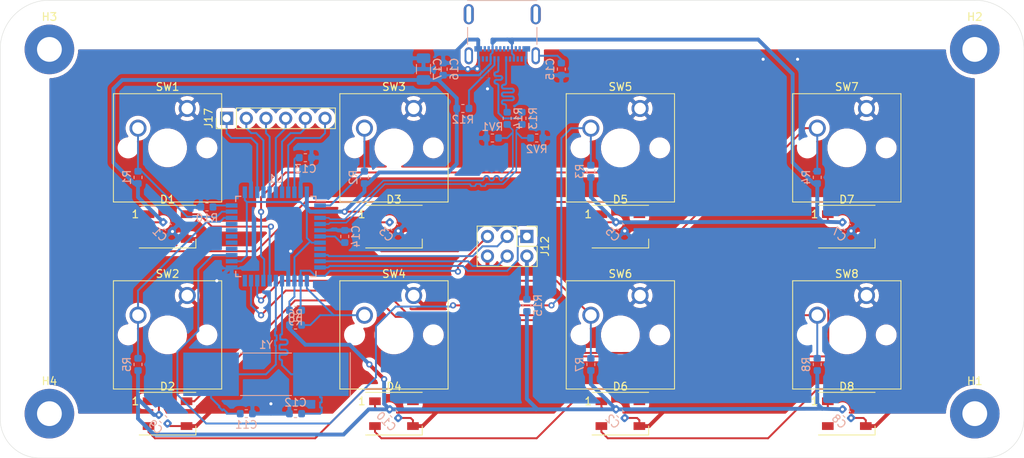
<source format=kicad_pcb>
(kicad_pcb (version 20171130) (host pcbnew "(5.1.5)-3")
  (layers (0 F.Cu signal hide) (31 B.Cu signal hide) (34 B.Paste user hide) (35 F.Paste user hide) (36 B.SilkS user hide) (37 F.SilkS user hide) (38 B.Mask user) (39 F.Mask user hide) (44 Edge.Cuts user))
  (net 0 "")
  (net 1 GND)
  (net 2 +5V)
  (net 3 "Net-(C11-Pad1)")
  (net 4 "Net-(C12-Pad1)")
  (net 5 "Net-(C13-Pad1)")
  (net 6 "Net-(C14-Pad1)")
  (net 7 "Net-(C15-Pad1)")
  (net 8 "Net-(D1-Pad2)")
  (net 9 D3)
  (net 10 "Net-(D2-Pad2)")
  (net 11 "Net-(D2-Pad4)")
  (net 12 "Net-(D3-Pad2)")
  (net 13 "Net-(D4-Pad2)")
  (net 14 "Net-(D5-Pad2)")
  (net 15 "Net-(D6-Pad2)")
  (net 16 "Net-(J1-Pad1)")
  (net 17 "Net-(J11-PadA3)")
  (net 18 "Net-(J11-PadB2)")
  (net 19 "Net-(J11-PadB3)")
  (net 20 "Net-(J11-PadA8)")
  (net 21 "Net-(J11-PadB8)")
  (net 22 "Net-(J11-PadB11)")
  (net 23 "Net-(J11-PadB10)")
  (net 24 "Net-(J11-PadA11)")
  (net 25 "Net-(J10-Pad1)")
  (net 26 "Net-(J11-PadA5)")
  (net 27 "Net-(J11-PadA6)")
  (net 28 "Net-(J11-PadA7)")
  (net 29 "Net-(J11-PadB5)")
  (net 30 MISO)
  (net 31 "Net-(J12-Pad2)")
  (net 32 SCK)
  (net 33 MOSI)
  (net 34 RESET)
  (net 35 D13)
  (net 36 D5)
  (net 37 D11)
  (net 38 D10)
  (net 39 D9)
  (net 40 D8)
  (net 41 IO0)
  (net 42 D7)
  (net 43 D6)
  (net 44 D12)
  (net 45 IO1)
  (net 46 D4)
  (net 47 D1)
  (net 48 D0)
  (net 49 D2)
  (net 50 A0)
  (net 51 A1)
  (net 52 A2)
  (net 53 A3)
  (net 54 A4)
  (net 55 A5)
  (net 56 "Net-(R10-Pad2)")
  (net 57 USB_D+)
  (net 58 USB_D-)
  (module Button_Switch_Keyboard:SW_Cherry_MX_1.50u_PCB (layer F.Cu) (at 52.07 59.69)
    (fp_text reference SW2 (at -2.54 -2.794) (layer F.SilkS))
    (fp_text value SW_Push)
    (pad "" np_thru_hole circle (at 2.54 5.08) (size 1.7 1.7) (drill 1.7) (layers *.Cu *.Mask))
    (pad "" np_thru_hole circle (at -7.62 5.08) (size 1.7 1.7) (drill 1.7) (layers *.Cu *.Mask))
    (pad "" np_thru_hole circle (at -2.54 5.08) (size 4 4) (drill 4) (layers *.Cu *.Mask))
    (pad 2 thru_hole circle (at -6.35 2.54) (size 2.2 2.2) (drill 1.5) (layers *.Cu *.Mask) (net 36 D5))
    (pad 1 thru_hole circle (at 0 0) (size 2.2 2.2) (drill 1.5) (layers *.Cu *.Mask) (net 1 GND))
  )
  (module Button_Switch_Keyboard:SW_Cherry_MX_1.50u_PCB (layer F.Cu) (at 81.28 59.69)
    (fp_text reference SW4 (at -2.54 -2.794) (layer F.SilkS))
    (fp_text value SW_Push)
    (pad "" np_thru_hole circle (at 2.54 5.08) (size 1.7 1.7) (drill 1.7) (layers *.Cu *.Mask))
    (pad "" np_thru_hole circle (at -7.62 5.08) (size 1.7 1.7) (drill 1.7) (layers *.Cu *.Mask))
    (pad "" np_thru_hole circle (at -2.54 5.08) (size 4 4) (drill 4) (layers *.Cu *.Mask))
    (pad 2 thru_hole circle (at -6.35 2.54) (size 2.2 2.2) (drill 1.5) (layers *.Cu *.Mask) (net 37 D11))
    (pad 1 thru_hole circle (at 0 0) (size 2.2 2.2) (drill 1.5) (layers *.Cu *.Mask) (net 1 GND))
  )
  (module Button_Switch_Keyboard:SW_Cherry_MX_1.50u_PCB (layer F.Cu) (at 81.28 35.56)
    (fp_text reference SW3 (at -2.54 -2.794) (layer F.SilkS))
    (fp_text value SW_Push)
    (pad "" np_thru_hole circle (at 2.54 5.08) (size 1.7 1.7) (drill 1.7) (layers *.Cu *.Mask))
    (pad "" np_thru_hole circle (at -7.62 5.08) (size 1.7 1.7) (drill 1.7) (layers *.Cu *.Mask))
    (pad "" np_thru_hole circle (at -2.54 5.08) (size 4 4) (drill 4) (layers *.Cu *.Mask))
    (pad 2 thru_hole circle (at -6.35 2.54) (size 2.2 2.2) (drill 1.5) (layers *.Cu *.Mask) (net 42 D7))
    (pad 1 thru_hole circle (at 0 0) (size 2.2 2.2) (drill 1.5) (layers *.Cu *.Mask) (net 1 GND))
  )
  (module Button_Switch_Keyboard:SW_Cherry_MX_1.50u_PCB (layer F.Cu) (at 52.07 35.56)
    (fp_text reference SW1 (at -2.54 -2.794) (layer F.SilkS))
    (fp_text value SW_Push)
    (pad "" np_thru_hole circle (at 2.54 5.08) (size 1.7 1.7) (drill 1.7) (layers *.Cu *.Mask))
    (pad "" np_thru_hole circle (at -7.62 5.08) (size 1.7 1.7) (drill 1.7) (layers *.Cu *.Mask))
    (pad "" np_thru_hole circle (at -2.54 5.08) (size 4 4) (drill 4) (layers *.Cu *.Mask))
    (pad 2 thru_hole circle (at -6.35 2.54) (size 2.2 2.2) (drill 1.5) (layers *.Cu *.Mask) (net 35 D13))
    (pad 1 thru_hole circle (at 0 0) (size 2.2 2.2) (drill 1.5) (layers *.Cu *.Mask) (net 1 GND))
  )
  (module Button_Switch_Keyboard:SW_Cherry_MX_1.50u_PCB (layer F.Cu) (at 110.49 35.56)
    (fp_text reference SW5 (at -2.54 -2.794) (layer F.SilkS))
    (fp_text value SW_Push)
    (pad "" np_thru_hole circle (at 2.54 5.08) (size 1.7 1.7) (drill 1.7) (layers *.Cu *.Mask))
    (pad "" np_thru_hole circle (at -7.62 5.08) (size 1.7 1.7) (drill 1.7) (layers *.Cu *.Mask))
    (pad "" np_thru_hole circle (at -2.54 5.08) (size 4 4) (drill 4) (layers *.Cu *.Mask))
    (pad 2 thru_hole circle (at -6.35 2.54) (size 2.2 2.2) (drill 1.5) (layers *.Cu *.Mask) (net 46 D4))
    (pad 1 thru_hole circle (at 0 0) (size 2.2 2.2) (drill 1.5) (layers *.Cu *.Mask) (net 1 GND))
  )
  (module Button_Switch_Keyboard:SW_Cherry_MX_1.50u_PCB (layer F.Cu) (at 110.49 59.69)
    (fp_text reference SW6 (at -2.54 -2.794) (layer F.SilkS))
    (fp_text value SW_Push)
    (pad "" np_thru_hole circle (at 2.54 5.08) (size 1.7 1.7) (drill 1.7) (layers *.Cu *.Mask))
    (pad "" np_thru_hole circle (at -7.62 5.08) (size 1.7 1.7) (drill 1.7) (layers *.Cu *.Mask))
    (pad "" np_thru_hole circle (at -2.54 5.08) (size 4 4) (drill 4) (layers *.Cu *.Mask))
    (pad 2 thru_hole circle (at -6.35 2.54) (size 2.2 2.2) (drill 1.5) (layers *.Cu *.Mask) (net 48 D0))
    (pad 1 thru_hole circle (at 0 0) (size 2.2 2.2) (drill 1.5) (layers *.Cu *.Mask) (net 1 GND))
  )
  (module Button_Switch_Keyboard:SW_Cherry_MX_1.50u_PCB (layer F.Cu) (at 139.7 35.56)
    (fp_text reference SW7 (at -2.54 -2.794) (layer F.SilkS))
    (fp_text value SW_Push)
    (pad "" np_thru_hole circle (at 2.54 5.08) (size 1.7 1.7) (drill 1.7) (layers *.Cu *.Mask))
    (pad "" np_thru_hole circle (at -7.62 5.08) (size 1.7 1.7) (drill 1.7) (layers *.Cu *.Mask))
    (pad "" np_thru_hole circle (at -2.54 5.08) (size 4 4) (drill 4) (layers *.Cu *.Mask))
    (pad 2 thru_hole circle (at -6.35 2.54) (size 2.2 2.2) (drill 1.5) (layers *.Cu *.Mask) (net 49 D2))
    (pad 1 thru_hole circle (at 0 0) (size 2.2 2.2) (drill 1.5) (layers *.Cu *.Mask) (net 1 GND))
  )
  (module Button_Switch_Keyboard:SW_Cherry_MX_1.50u_PCB (layer F.Cu) (at 139.7 59.69)
    (fp_text reference SW8 (at -2.54 -2.794) (layer F.SilkS))
    (fp_text value SW_Push)
    (pad "" np_thru_hole circle (at 2.54 5.08) (size 1.7 1.7) (drill 1.7) (layers *.Cu *.Mask))
    (pad "" np_thru_hole circle (at -7.62 5.08) (size 1.7 1.7) (drill 1.7) (layers *.Cu *.Mask))
    (pad "" np_thru_hole circle (at -2.54 5.08) (size 4 4) (drill 4) (layers *.Cu *.Mask))
    (pad 2 thru_hole circle (at -6.35 2.54) (size 2.2 2.2) (drill 1.5) (layers *.Cu *.Mask) (net 47 D1))
    (pad 1 thru_hole circle (at 0 0) (size 2.2 2.2) (drill 1.5) (layers *.Cu *.Mask) (net 1 GND))
  )
  (module fanti:fanti_inverse (layer F.Cu) (at 118.11 26.67)
    (fp_text reference "" hide)
    (fp_text value "" hide)
  )
  (module fanti:fanti_inverse (layer F.Cu) (at 48.895 26.67)
    (fp_text reference G*** hide)
    (fp_text value LOGO hide)
  )
  (module Package_QFP:TQFP-44_10x10mm_P0.8mm (layer B.Cu) (at 63.5 52.07 180)
    (fp_text reference U1 (at 0 7.45) (layer B.SilkS) (effects (justify mirror)))
    (fp_text value ATmega32U4-AU)
    (pad 44 smd rect (at -4 5.7 90) (size 1.5 0.55) (layers B.Cu B.Paste B.Mask) (net 2 +5V))
    (pad 43 smd rect (at -3.2 5.7 90) (size 1.5 0.55) (layers B.Cu B.Paste B.Mask) (net 1 GND))
    (pad 42 smd rect (at -2.4 5.7 90) (size 1.5 0.55) (layers B.Cu B.Paste B.Mask) (net 5 "Net-(C13-Pad1)"))
    (pad 41 smd rect (at -1.6 5.7 90) (size 1.5 0.55) (layers B.Cu B.Paste B.Mask) (net 55 A5))
    (pad 40 smd rect (at -0.8 5.7 90) (size 1.5 0.55) (layers B.Cu B.Paste B.Mask) (net 54 A4))
    (pad 39 smd rect (at 0 5.7 90) (size 1.5 0.55) (layers B.Cu B.Paste B.Mask) (net 53 A3))
    (pad 38 smd rect (at 0.8 5.7 90) (size 1.5 0.55) (layers B.Cu B.Paste B.Mask) (net 52 A2))
    (pad 37 smd rect (at 1.6 5.7 90) (size 1.5 0.55) (layers B.Cu B.Paste B.Mask) (net 51 A1))
    (pad 36 smd rect (at 2.4 5.7 90) (size 1.5 0.55) (layers B.Cu B.Paste B.Mask) (net 50 A0))
    (pad 35 smd rect (at 3.2 5.7 90) (size 1.5 0.55) (layers B.Cu B.Paste B.Mask) (net 1 GND))
    (pad 34 smd rect (at 4 5.7 90) (size 1.5 0.55) (layers B.Cu B.Paste B.Mask) (net 2 +5V))
    (pad 33 smd rect (at 5.7 4 180) (size 1.5 0.55) (layers B.Cu B.Paste B.Mask) (net 56 "Net-(R10-Pad2)"))
    (pad 32 smd rect (at 5.7 3.2 180) (size 1.5 0.55) (layers B.Cu B.Paste B.Mask) (net 35 D13))
    (pad 31 smd rect (at 5.7 2.4 180) (size 1.5 0.55) (layers B.Cu B.Paste B.Mask) (net 36 D5))
    (pad 30 smd rect (at 5.7 1.6 180) (size 1.5 0.55) (layers B.Cu B.Paste B.Mask) (net 38 D10))
    (pad 29 smd rect (at 5.7 0.8 180) (size 1.5 0.55) (layers B.Cu B.Paste B.Mask) (net 39 D9))
    (pad 28 smd rect (at 5.7 0 180) (size 1.5 0.55) (layers B.Cu B.Paste B.Mask) (net 40 D8))
    (pad 27 smd rect (at 5.7 -0.8 180) (size 1.5 0.55) (layers B.Cu B.Paste B.Mask) (net 43 D6))
    (pad 26 smd rect (at 5.7 -1.6 180) (size 1.5 0.55) (layers B.Cu B.Paste B.Mask) (net 44 D12))
    (pad 25 smd rect (at 5.7 -2.4 180) (size 1.5 0.55) (layers B.Cu B.Paste B.Mask) (net 46 D4))
    (pad 24 smd rect (at 5.7 -3.2 180) (size 1.5 0.55) (layers B.Cu B.Paste B.Mask) (net 2 +5V))
    (pad 23 smd rect (at 5.7 -4 180) (size 1.5 0.55) (layers B.Cu B.Paste B.Mask) (net 1 GND))
    (pad 22 smd rect (at 4 -5.7 90) (size 1.5 0.55) (layers B.Cu B.Paste B.Mask) (net 45 IO1))
    (pad 21 smd rect (at 3.2 -5.7 90) (size 1.5 0.55) (layers B.Cu B.Paste B.Mask) (net 47 D1))
    (pad 20 smd rect (at 2.4 -5.7 90) (size 1.5 0.55) (layers B.Cu B.Paste B.Mask) (net 48 D0))
    (pad 19 smd rect (at 1.6 -5.7 90) (size 1.5 0.55) (layers B.Cu B.Paste B.Mask) (net 49 D2))
    (pad 18 smd rect (at 0.8 -5.7 90) (size 1.5 0.55) (layers B.Cu B.Paste B.Mask) (net 9 D3))
    (pad 17 smd rect (at 0 -5.7 90) (size 1.5 0.55) (layers B.Cu B.Paste B.Mask) (net 3 "Net-(C11-Pad1)"))
    (pad 16 smd rect (at -0.8 -5.7 90) (size 1.5 0.55) (layers B.Cu B.Paste B.Mask) (net 4 "Net-(C12-Pad1)"))
    (pad 15 smd rect (at -1.6 -5.7 90) (size 1.5 0.55) (layers B.Cu B.Paste B.Mask) (net 1 GND))
    (pad 14 smd rect (at -2.4 -5.7 90) (size 1.5 0.55) (layers B.Cu B.Paste B.Mask) (net 2 +5V))
    (pad 13 smd rect (at -3.2 -5.7 90) (size 1.5 0.55) (layers B.Cu B.Paste B.Mask) (net 34 RESET))
    (pad 12 smd rect (at -4 -5.7 90) (size 1.5 0.55) (layers B.Cu B.Paste B.Mask) (net 37 D11))
    (pad 11 smd rect (at -5.7 -4 180) (size 1.5 0.55) (layers B.Cu B.Paste B.Mask) (net 30 MISO))
    (pad 10 smd rect (at -5.7 -3.2 180) (size 1.5 0.55) (layers B.Cu B.Paste B.Mask) (net 33 MOSI))
    (pad 9 smd rect (at -5.7 -2.4 180) (size 1.5 0.55) (layers B.Cu B.Paste B.Mask) (net 32 SCK))
    (pad 8 smd rect (at -5.7 -1.6 180) (size 1.5 0.55) (layers B.Cu B.Paste B.Mask) (net 41 IO0))
    (pad 7 smd rect (at -5.7 -0.8 180) (size 1.5 0.55) (layers B.Cu B.Paste B.Mask) (net 2 +5V))
    (pad 6 smd rect (at -5.7 0 180) (size 1.5 0.55) (layers B.Cu B.Paste B.Mask) (net 6 "Net-(C14-Pad1)"))
    (pad 5 smd rect (at -5.7 0.8 180) (size 1.5 0.55) (layers B.Cu B.Paste B.Mask) (net 1 GND))
    (pad 4 smd rect (at -5.7 1.6 180) (size 1.5 0.55) (layers B.Cu B.Paste B.Mask) (net 57 USB_D+))
    (pad 3 smd rect (at -5.7 2.4 180) (size 1.5 0.55) (layers B.Cu B.Paste B.Mask) (net 58 USB_D-))
    (pad 2 smd rect (at -5.7 3.2 180) (size 1.5 0.55) (layers B.Cu B.Paste B.Mask) (net 2 +5V))
    (pad 1 smd rect (at -5.7 4 180) (size 1.5 0.55) (layers B.Cu B.Paste B.Mask) (net 42 D7))
  )
  (module Capacitor_SMD:C_0603_1608Metric (layer B.Cu) (at 49.53 50.8 315)
    (fp_text reference C1 (at 0 1.43 315) (layer B.SilkS) (effects (justify mirror)))
    (fp_text value 100n)
    (pad 2 smd roundrect (at 0.7875 0 315) (size 0.875 0.95) (layers B.Cu B.Paste B.Mask) (net 1 GND))
    (pad 1 smd roundrect (at -0.7875 0 315) (size 0.875 0.95) (layers B.Cu B.Paste B.Mask) (net 2 +5V))
  )
  (module Capacitor_SMD:C_0603_1608Metric (layer B.Cu) (at 107.95 74.93 315)
    (fp_text reference C2 (at 0 1.43 135) (layer B.SilkS) (effects (justify mirror)))
    (fp_text value 100n)
    (pad 2 smd roundrect (at 0.7875 0 315) (size 0.875 0.95) (layers B.Cu B.Paste B.Mask) (net 1 GND))
    (pad 1 smd roundrect (at -0.7875 0 315) (size 0.875 0.95) (layers B.Cu B.Paste B.Mask) (net 2 +5V))
  )
  (module Capacitor_SMD:C_0603_1608Metric (layer B.Cu) (at 78.74 50.8 315)
    (fp_text reference C3 (at 0 1.43 135) (layer B.SilkS) (effects (justify mirror)))
    (fp_text value 100n)
    (pad 2 smd roundrect (at 0.7875 0 315) (size 0.875 0.95) (layers B.Cu B.Paste B.Mask) (net 1 GND))
    (pad 1 smd roundrect (at -0.7875 0 315) (size 0.875 0.95) (layers B.Cu B.Paste B.Mask) (net 2 +5V))
  )
  (module Capacitor_SMD:C_0603_1608Metric (layer B.Cu) (at 107.95 50.8 315)
    (fp_text reference C5 (at 0 1.43 135) (layer B.SilkS) (effects (justify mirror)))
    (fp_text value 100n)
    (pad 2 smd roundrect (at 0.7875 0 315) (size 0.875 0.95) (layers B.Cu B.Paste B.Mask) (net 1 GND))
    (pad 1 smd roundrect (at -0.7875 0 315) (size 0.875 0.95) (layers B.Cu B.Paste B.Mask) (net 2 +5V))
  )
  (module Capacitor_SMD:C_0603_1608Metric (layer B.Cu) (at 137.16 50.8 315)
    (fp_text reference C7 (at 0 1.43 135) (layer B.SilkS) (effects (justify mirror)))
    (fp_text value 100n)
    (pad 2 smd roundrect (at 0.7875 0 315) (size 0.875 0.95) (layers B.Cu B.Paste B.Mask) (net 1 GND))
    (pad 1 smd roundrect (at -0.7875 0 315) (size 0.875 0.95) (layers B.Cu B.Paste B.Mask) (net 2 +5V))
  )
  (module Capacitor_SMD:C_0603_1608Metric (layer B.Cu) (at 137.16 74.93 315)
    (fp_text reference C8 (at 0 1.43 135) (layer B.SilkS) (effects (justify mirror)))
    (fp_text value 100n)
    (pad 2 smd roundrect (at 0.7875 0 315) (size 0.875 0.95) (layers B.Cu B.Paste B.Mask) (net 1 GND))
    (pad 1 smd roundrect (at -0.7875 0 315) (size 0.875 0.95) (layers B.Cu B.Paste B.Mask) (net 2 +5V))
  )
  (module Capacitor_SMD:C_0603_1608Metric (layer B.Cu) (at 48.973153 75.643153 315)
    (fp_text reference C9 (at 0 1.43 135) (layer B.SilkS) (effects (justify mirror)))
    (fp_text value 100n)
    (pad 2 smd roundrect (at 0.7875 0 315) (size 0.875 0.95) (layers B.Cu B.Paste B.Mask) (net 1 GND))
    (pad 1 smd roundrect (at -0.7875 0 315) (size 0.875 0.95) (layers B.Cu B.Paste B.Mask) (net 2 +5V))
  )
  (module Capacitor_SMD:C_0603_1608Metric (layer B.Cu) (at 78.74 74.93 315)
    (fp_text reference C10 (at 0 1.43 135) (layer B.SilkS) (effects (justify mirror)))
    (fp_text value 100n)
    (pad 2 smd roundrect (at 0.7875 0 315) (size 0.875 0.95) (layers B.Cu B.Paste B.Mask) (net 1 GND))
    (pad 1 smd roundrect (at -0.7875 0 315) (size 0.875 0.95) (layers B.Cu B.Paste B.Mask) (net 2 +5V))
  )
  (module Capacitor_SMD:C_0603_1608Metric (layer B.Cu) (at 59.69 74.93)
    (fp_text reference C11 (at 0 1.43) (layer B.SilkS) (effects (justify mirror)))
    (fp_text value 22pF)
    (pad 2 smd roundrect (at 0.7875 0) (size 0.875 0.95) (layers B.Cu B.Paste B.Mask) (net 1 GND))
    (pad 1 smd roundrect (at -0.7875 0) (size 0.875 0.95) (layers B.Cu B.Paste B.Mask) (net 3 "Net-(C11-Pad1)"))
  )
  (module Capacitor_SMD:C_0603_1608Metric (layer B.Cu) (at 66.04 74.93 180)
    (fp_text reference C12 (at 0 1.43) (layer B.SilkS) (effects (justify mirror)))
    (fp_text value 22pF)
    (pad 2 smd roundrect (at 0.7875 0 180) (size 0.875 0.95) (layers B.Cu B.Paste B.Mask) (net 1 GND))
    (pad 1 smd roundrect (at -0.7875 0 180) (size 0.875 0.95) (layers B.Cu B.Paste B.Mask) (net 4 "Net-(C12-Pad1)"))
  )
  (module Capacitor_SMD:C_0603_1608Metric (layer B.Cu) (at 67.31 41.91)
    (fp_text reference C13 (at 0 1.43) (layer B.SilkS) (effects (justify mirror)))
    (fp_text value 100n)
    (pad 2 smd roundrect (at 0.7875 0) (size 0.875 0.95) (layers B.Cu B.Paste B.Mask) (net 1 GND))
    (pad 1 smd roundrect (at -0.7875 0) (size 0.875 0.95) (layers B.Cu B.Paste B.Mask) (net 5 "Net-(C13-Pad1)"))
  )
  (module Capacitor_SMD:C_0603_1608Metric (layer B.Cu) (at 72.39 52.07 90)
    (fp_text reference C14 (at 0 1.43 90) (layer B.SilkS) (effects (justify mirror)))
    (fp_text value 1µ)
    (pad 2 smd roundrect (at 0.7875 0 90) (size 0.875 0.95) (layers B.Cu B.Paste B.Mask) (net 1 GND))
    (pad 1 smd roundrect (at -0.7875 0 90) (size 0.875 0.95) (layers B.Cu B.Paste B.Mask) (net 6 "Net-(C14-Pad1)"))
  )
  (module Capacitor_SMD:C_0603_1608Metric (layer B.Cu) (at 100.33 30.48 270)
    (fp_text reference C15 (at 0 1.43 90) (layer B.SilkS) (effects (justify mirror)))
    (fp_text value 1nF)
    (pad 2 smd roundrect (at 0.7875 0 270) (size 0.875 0.95) (layers B.Cu B.Paste B.Mask) (net 1 GND))
    (pad 1 smd roundrect (at -0.7875 0 270) (size 0.875 0.95) (layers B.Cu B.Paste B.Mask) (net 7 "Net-(C15-Pad1)"))
  )
  (module Capacitor_SMD:C_0603_1608Metric (layer B.Cu) (at 85.09 30.48 90)
    (fp_text reference C16 (at 0 1.43 90) (layer B.SilkS) (effects (justify mirror)))
    (fp_text value 100nF)
    (pad 2 smd roundrect (at 0.7875 0 90) (size 0.875 0.95) (layers B.Cu B.Paste B.Mask) (net 1 GND))
    (pad 1 smd roundrect (at -0.7875 0 90) (size 0.875 0.95) (layers B.Cu B.Paste B.Mask) (net 2 +5V))
  )
  (module Capacitor_SMD:C_1206_3216Metric (layer B.Cu) (at 82.55 30.48 90)
    (fp_text reference C17 (at 0 1.82 90) (layer B.SilkS) (effects (justify mirror)))
    (fp_text value 1µF)
    (pad 2 smd roundrect (at 1.4 0 90) (size 1.25 1.75) (layers B.Cu B.Paste B.Mask) (roundrect_rratio 0.2) (net 1 GND))
    (pad 1 smd roundrect (at -1.4 0 90) (size 1.25 1.75) (layers B.Cu B.Paste B.Mask) (roundrect_rratio 0.2) (net 2 +5V))
  )
  (module LED_SMD:LED_WS2812B_PLCC4_5.0x5.0mm_P3.2mm (layer F.Cu) (at 49.53 50.8)
    (fp_text reference D1 (at 0 -3.5) (layer F.SilkS))
    (fp_text value WS2812B)
    (fp_text user 1 (at -4.15 -1.6) (layer F.SilkS))
    (pad 1 smd rect (at -2.45 -1.6) (size 1.5 1) (layers F.Cu F.Paste F.Mask) (net 2 +5V))
    (pad 2 smd rect (at -2.45 1.6) (size 1.5 1) (layers F.Cu F.Paste F.Mask) (net 8 "Net-(D1-Pad2)"))
    (pad 4 smd rect (at 2.45 -1.6) (size 1.5 1) (layers F.Cu F.Paste F.Mask) (net 9 D3))
    (pad 3 smd rect (at 2.45 1.6) (size 1.5 1) (layers F.Cu F.Paste F.Mask) (net 1 GND))
  )
  (module LED_SMD:LED_WS2812B_PLCC4_5.0x5.0mm_P3.2mm (layer F.Cu) (at 49.53 74.93)
    (fp_text reference D2 (at 0 -3.5) (layer F.SilkS))
    (fp_text value WS2812B)
    (fp_text user 1 (at -4.15 -1.6) (layer F.SilkS))
    (pad 1 smd rect (at -2.45 -1.6) (size 1.5 1) (layers F.Cu F.Paste F.Mask) (net 2 +5V))
    (pad 2 smd rect (at -2.45 1.6) (size 1.5 1) (layers F.Cu F.Paste F.Mask) (net 10 "Net-(D2-Pad2)"))
    (pad 4 smd rect (at 2.45 -1.6) (size 1.5 1) (layers F.Cu F.Paste F.Mask) (net 11 "Net-(D2-Pad4)"))
    (pad 3 smd rect (at 2.45 1.6) (size 1.5 1) (layers F.Cu F.Paste F.Mask) (net 1 GND))
  )
  (module LED_SMD:LED_WS2812B_PLCC4_5.0x5.0mm_P3.2mm (layer F.Cu) (at 78.74 50.8)
    (fp_text reference D3 (at 0 -3.5) (layer F.SilkS))
    (fp_text value WS2812B)
    (fp_text user 1 (at -4.15 -1.6) (layer F.SilkS))
    (pad 1 smd rect (at -2.45 -1.6) (size 1.5 1) (layers F.Cu F.Paste F.Mask) (net 2 +5V))
    (pad 2 smd rect (at -2.45 1.6) (size 1.5 1) (layers F.Cu F.Paste F.Mask) (net 12 "Net-(D3-Pad2)"))
    (pad 4 smd rect (at 2.45 -1.6) (size 1.5 1) (layers F.Cu F.Paste F.Mask) (net 8 "Net-(D1-Pad2)"))
    (pad 3 smd rect (at 2.45 1.6) (size 1.5 1) (layers F.Cu F.Paste F.Mask) (net 1 GND))
  )
  (module LED_SMD:LED_WS2812B_PLCC4_5.0x5.0mm_P3.2mm (layer F.Cu) (at 78.74 74.93)
    (fp_text reference D4 (at 0 -3.5) (layer F.SilkS))
    (fp_text value WS2812B)
    (fp_text user 1 (at -4.15 -1.6) (layer F.SilkS))
    (pad 1 smd rect (at -2.45 -1.6) (size 1.5 1) (layers F.Cu F.Paste F.Mask) (net 2 +5V))
    (pad 2 smd rect (at -2.45 1.6) (size 1.5 1) (layers F.Cu F.Paste F.Mask) (net 13 "Net-(D4-Pad2)"))
    (pad 4 smd rect (at 2.45 -1.6) (size 1.5 1) (layers F.Cu F.Paste F.Mask) (net 10 "Net-(D2-Pad2)"))
    (pad 3 smd rect (at 2.45 1.6) (size 1.5 1) (layers F.Cu F.Paste F.Mask) (net 1 GND))
  )
  (module LED_SMD:LED_WS2812B_PLCC4_5.0x5.0mm_P3.2mm (layer F.Cu) (at 107.95 50.8)
    (fp_text reference D5 (at 0 -3.5) (layer F.SilkS))
    (fp_text value WS2812B)
    (fp_text user 1 (at -4.15 -1.6) (layer F.SilkS))
    (pad 1 smd rect (at -2.45 -1.6) (size 1.5 1) (layers F.Cu F.Paste F.Mask) (net 2 +5V))
    (pad 2 smd rect (at -2.45 1.6) (size 1.5 1) (layers F.Cu F.Paste F.Mask) (net 14 "Net-(D5-Pad2)"))
    (pad 4 smd rect (at 2.45 -1.6) (size 1.5 1) (layers F.Cu F.Paste F.Mask) (net 12 "Net-(D3-Pad2)"))
    (pad 3 smd rect (at 2.45 1.6) (size 1.5 1) (layers F.Cu F.Paste F.Mask) (net 1 GND))
  )
  (module LED_SMD:LED_WS2812B_PLCC4_5.0x5.0mm_P3.2mm (layer F.Cu) (at 107.95 74.93)
    (fp_text reference D6 (at 0 -3.5) (layer F.SilkS))
    (fp_text value WS2812B)
    (fp_text user 1 (at -4.15 -1.6) (layer F.SilkS))
    (pad 1 smd rect (at -2.45 -1.6) (size 1.5 1) (layers F.Cu F.Paste F.Mask) (net 2 +5V))
    (pad 2 smd rect (at -2.45 1.6) (size 1.5 1) (layers F.Cu F.Paste F.Mask) (net 15 "Net-(D6-Pad2)"))
    (pad 4 smd rect (at 2.45 -1.6) (size 1.5 1) (layers F.Cu F.Paste F.Mask) (net 13 "Net-(D4-Pad2)"))
    (pad 3 smd rect (at 2.45 1.6) (size 1.5 1) (layers F.Cu F.Paste F.Mask) (net 1 GND))
  )
  (module LED_SMD:LED_WS2812B_PLCC4_5.0x5.0mm_P3.2mm (layer F.Cu) (at 137.16 50.8)
    (fp_text reference D7 (at 0 -3.5) (layer F.SilkS))
    (fp_text value WS2812B)
    (fp_text user 1 (at -4.15 -1.6) (layer F.SilkS))
    (pad 1 smd rect (at -2.45 -1.6) (size 1.5 1) (layers F.Cu F.Paste F.Mask) (net 2 +5V))
    (pad 2 smd rect (at -2.45 1.6) (size 1.5 1) (layers F.Cu F.Paste F.Mask) (net 11 "Net-(D2-Pad4)"))
    (pad 4 smd rect (at 2.45 -1.6) (size 1.5 1) (layers F.Cu F.Paste F.Mask) (net 14 "Net-(D5-Pad2)"))
    (pad 3 smd rect (at 2.45 1.6) (size 1.5 1) (layers F.Cu F.Paste F.Mask) (net 1 GND))
  )
  (module LED_SMD:LED_WS2812B_PLCC4_5.0x5.0mm_P3.2mm (layer F.Cu) (at 137.16 74.93)
    (fp_text reference D8 (at 0 -3.5) (layer F.SilkS))
    (fp_text value WS2812B)
    (fp_text user 1 (at -4.15 -1.6) (layer F.SilkS))
    (pad 1 smd rect (at -2.45 -1.6) (size 1.5 1) (layers F.Cu F.Paste F.Mask) (net 2 +5V))
    (pad 2 smd rect (at -2.45 1.6) (size 1.5 1) (layers F.Cu F.Paste F.Mask))
    (pad 4 smd rect (at 2.45 -1.6) (size 1.5 1) (layers F.Cu F.Paste F.Mask) (net 15 "Net-(D6-Pad2)"))
    (pad 3 smd rect (at 2.45 1.6) (size 1.5 1) (layers F.Cu F.Paste F.Mask) (net 1 GND))
  )
  (module MountingHole:MountingHole_3.2mm_M3_Pad (layer F.Cu) (at 153.67 74.93)
    (fp_text reference H1 (at 0 -4.2) (layer F.SilkS))
    (fp_text value MountingHole_Pad hide)
    (pad 1 thru_hole circle (at 0 0) (size 6.4 6.4) (drill 3.2) (layers *.Cu *.Mask))
  )
  (module MountingHole:MountingHole_3.2mm_M3_Pad (layer F.Cu) (at 153.67 27.94)
    (fp_text reference H2 (at 0 -4.2) (layer F.SilkS))
    (fp_text value MountingHole_Pad hide)
    (pad 1 thru_hole circle (at 0 0) (size 6.4 6.4) (drill 3.2) (layers *.Cu *.Mask))
  )
  (module MountingHole:MountingHole_3.2mm_M3_Pad (layer F.Cu) (at 34.29 27.94)
    (fp_text reference H3 (at 0 -4.2) (layer F.SilkS))
    (fp_text value MountingHole_Pad hide)
    (pad 1 thru_hole circle (at 0 0) (size 6.4 6.4) (drill 3.2) (layers *.Cu *.Mask))
  )
  (module MountingHole:MountingHole_3.2mm_M3_Pad (layer F.Cu) (at 34.29 74.93)
    (fp_text reference H4 (at 0 -4.2) (layer F.SilkS))
    (fp_text value MountingHole_Pad hide)
    (pad 1 thru_hole circle (at 0 0) (size 6.4 6.4) (drill 3.2) (layers *.Cu *.Mask))
  )
  (module type-c:MOLEX_105450-0101 (layer B.Cu) (at 92.71 25.4)
    (fp_text reference J11 (at -1.899125 5.722835) (layer B.SilkS) (effects (font (size 1.003598 1.003598) (thickness 0.015)) (justify mirror)))
    (fp_text value 105450-0101)
    (pad S4 thru_hole oval (at 4.32 -2) (size 1.3 2.6) (drill oval 0.6 2.1) (layers *.Cu *.Mask) (net 7 "Net-(C15-Pad1)"))
    (pad S3 thru_hole oval (at -4.32 -2) (size 1.3 2.6) (drill oval 0.6 2.1) (layers *.Cu *.Mask) (net 7 "Net-(C15-Pad1)"))
    (pad S2 thru_hole oval (at 4.32 3.36) (size 1.1 2.2) (drill oval 0.6 1.6) (layers *.Cu *.Mask) (net 7 "Net-(C15-Pad1)"))
    (pad S1 thru_hole oval (at -4.32 3.36) (size 1.1 2.2) (drill oval 0.6 1.6) (layers *.Cu *.Mask) (net 7 "Net-(C15-Pad1)"))
    (pad B12 smd rect (at -3.1 2.47) (size 1 0.7) (layers B.Cu B.Paste B.Mask) (net 1 GND))
    (pad B11 smd rect (at -2.25 2.47) (size 0.3 0.7) (layers B.Cu B.Paste B.Mask) (net 22 "Net-(J11-PadB11)"))
    (pad B10 smd rect (at -1.75 2.47) (size 0.3 0.7) (layers B.Cu B.Paste B.Mask) (net 23 "Net-(J11-PadB10)"))
    (pad B9 smd rect (at -1.25 2.47) (size 0.3 0.7) (layers B.Cu B.Paste B.Mask) (net 2 +5V))
    (pad B8 smd rect (at -0.75 2.47) (size 0.3 0.7) (layers B.Cu B.Paste B.Mask) (net 21 "Net-(J11-PadB8)"))
    (pad B7 smd rect (at -0.25 2.47) (size 0.3 0.7) (layers B.Cu B.Paste B.Mask))
    (pad B6 smd rect (at 0.25 2.47) (size 0.3 0.7) (layers B.Cu B.Paste B.Mask))
    (pad B5 smd rect (at 0.75 2.47) (size 0.3 0.7) (layers B.Cu B.Paste B.Mask) (net 29 "Net-(J11-PadB5)"))
    (pad B4 smd rect (at 1.25 2.47) (size 0.3 0.7) (layers B.Cu B.Paste B.Mask) (net 2 +5V))
    (pad B3 smd rect (at 1.75 2.47) (size 0.3 0.7) (layers B.Cu B.Paste B.Mask) (net 19 "Net-(J11-PadB3)"))
    (pad B2 smd rect (at 2.25 2.47) (size 0.3 0.7) (layers B.Cu B.Paste B.Mask) (net 18 "Net-(J11-PadB2)"))
    (pad B1 smd rect (at 3.1 2.47) (size 1 0.7) (layers B.Cu B.Paste B.Mask) (net 1 GND))
    (pad A12 smd rect (at 3 3.77) (size 0.3 0.7) (layers B.Cu B.Paste B.Mask) (net 1 GND))
    (pad A11 smd rect (at 2.5 3.77) (size 0.3 0.7) (layers B.Cu B.Paste B.Mask) (net 24 "Net-(J11-PadA11)"))
    (pad A10 smd rect (at 2 3.77) (size 0.3 0.7) (layers B.Cu B.Paste B.Mask) (net 25 "Net-(J10-Pad1)"))
    (pad A9 smd rect (at 1.5 3.77) (size 0.3 0.7) (layers B.Cu B.Paste B.Mask) (net 2 +5V))
    (pad A8 smd rect (at 1 3.77) (size 0.3 0.7) (layers B.Cu B.Paste B.Mask) (net 20 "Net-(J11-PadA8)"))
    (pad A7 smd rect (at 0.5 3.77) (size 0.3 0.7) (layers B.Cu B.Paste B.Mask) (net 28 "Net-(J11-PadA7)"))
    (pad A6 smd rect (at -0.5 3.77) (size 0.3 0.7) (layers B.Cu B.Paste B.Mask) (net 27 "Net-(J11-PadA6)"))
    (pad A5 smd rect (at -1 3.77) (size 0.3 0.7) (layers B.Cu B.Paste B.Mask) (net 26 "Net-(J11-PadA5)"))
    (pad A4 smd rect (at -1.5 3.77) (size 0.3 0.7) (layers B.Cu B.Paste B.Mask) (net 2 +5V))
    (pad A3 smd rect (at -2 3.77) (size 0.3 0.7) (layers B.Cu B.Paste B.Mask) (net 17 "Net-(J11-PadA3)"))
    (pad A2 smd rect (at -2.5 3.77) (size 0.3 0.7) (layers B.Cu B.Paste B.Mask) (net 16 "Net-(J1-Pad1)"))
    (pad A1 smd rect (at -3 3.77) (size 0.3 0.7) (layers B.Cu B.Paste B.Mask) (net 1 GND))
  )
  (module Connector_PinHeader_2.54mm:PinHeader_2x03_P2.54mm_Vertical (layer F.Cu) (at 95.885 52.07 270)
    (fp_text reference J12 (at 1.27 -2.33 90) (layer F.SilkS))
    (fp_text value ICSP)
    (pad 6 thru_hole oval (at 2.54 5.08 270) (size 1.7 1.7) (drill 1) (layers *.Cu *.Mask) (net 1 GND))
    (pad 5 thru_hole oval (at 0 5.08 270) (size 1.7 1.7) (drill 1) (layers *.Cu *.Mask) (net 34 RESET))
    (pad 4 thru_hole oval (at 2.54 2.54 270) (size 1.7 1.7) (drill 1) (layers *.Cu *.Mask) (net 33 MOSI))
    (pad 3 thru_hole oval (at 0 2.54 270) (size 1.7 1.7) (drill 1) (layers *.Cu *.Mask) (net 32 SCK))
    (pad 2 thru_hole oval (at 2.54 0 270) (size 1.7 1.7) (drill 1) (layers *.Cu *.Mask) (net 31 "Net-(J12-Pad2)"))
    (pad 1 thru_hole rect (at 0 0 270) (size 1.7 1.7) (drill 1) (layers *.Cu *.Mask) (net 30 MISO))
  )
  (module Connector_PinHeader_2.54mm:PinHeader_1x06_P2.54mm_Vertical (layer F.Cu) (at 57.15 36.83 90)
    (fp_text reference J17 (at 0 -2.33 90) (layer F.SilkS))
    (fp_text value ANALOG_IO)
    (pad 6 thru_hole oval (at 0 12.7 90) (size 1.7 1.7) (drill 1) (layers *.Cu *.Mask) (net 55 A5))
    (pad 5 thru_hole oval (at 0 10.16 90) (size 1.7 1.7) (drill 1) (layers *.Cu *.Mask) (net 54 A4))
    (pad 4 thru_hole oval (at 0 7.62 90) (size 1.7 1.7) (drill 1) (layers *.Cu *.Mask) (net 53 A3))
    (pad 3 thru_hole oval (at 0 5.08 90) (size 1.7 1.7) (drill 1) (layers *.Cu *.Mask) (net 52 A2))
    (pad 2 thru_hole oval (at 0 2.54 90) (size 1.7 1.7) (drill 1) (layers *.Cu *.Mask) (net 51 A1))
    (pad 1 thru_hole rect (at 0 0 90) (size 1.7 1.7) (drill 1) (layers *.Cu *.Mask) (net 50 A0))
  )
  (module Resistor_SMD:R_0603_1608Metric (layer B.Cu) (at 45.72 44.45 270)
    (fp_text reference R1 (at 0 1.43 90) (layer B.SilkS) (effects (justify mirror)))
    (fp_text value 10k)
    (pad 2 smd roundrect (at 0.7875 0 270) (size 0.875 0.95) (layers B.Cu B.Paste B.Mask) (net 2 +5V))
    (pad 1 smd roundrect (at -0.7875 0 270) (size 0.875 0.95) (layers B.Cu B.Paste B.Mask) (net 35 D13))
  )
  (module Resistor_SMD:R_0603_1608Metric (layer B.Cu) (at 74.93 44.45 270)
    (fp_text reference R2 (at 0 1.43 90) (layer B.SilkS) (effects (justify mirror)))
    (fp_text value 10k)
    (pad 2 smd roundrect (at 0.7875 0 270) (size 0.875 0.95) (layers B.Cu B.Paste B.Mask) (net 2 +5V))
    (pad 1 smd roundrect (at -0.7875 0 270) (size 0.875 0.95) (layers B.Cu B.Paste B.Mask) (net 42 D7))
  )
  (module Resistor_SMD:R_0603_1608Metric (layer B.Cu) (at 104.14 43.6625 270)
    (fp_text reference R3 (at 0 1.43 90) (layer B.SilkS) (effects (justify mirror)))
    (fp_text value 10k)
    (pad 2 smd roundrect (at 0.7875 0 270) (size 0.875 0.95) (layers B.Cu B.Paste B.Mask) (net 2 +5V))
    (pad 1 smd roundrect (at -0.7875 0 270) (size 0.875 0.95) (layers B.Cu B.Paste B.Mask) (net 46 D4))
  )
  (module Resistor_SMD:R_0603_1608Metric (layer B.Cu) (at 133.35 44.45 270)
    (fp_text reference R4 (at 0 1.43 90) (layer B.SilkS) (effects (justify mirror)))
    (fp_text value 10k)
    (pad 2 smd roundrect (at 0.7875 0 270) (size 0.875 0.95) (layers B.Cu B.Paste B.Mask) (net 2 +5V))
    (pad 1 smd roundrect (at -0.7875 0 270) (size 0.875 0.95) (layers B.Cu B.Paste B.Mask) (net 49 D2))
  )
  (module Resistor_SMD:R_0603_1608Metric (layer B.Cu) (at 45.72 68.58 270)
    (fp_text reference R5 (at 0 1.43 90) (layer B.SilkS) (effects (justify mirror)))
    (fp_text value 10k)
    (pad 2 smd roundrect (at 0.7875 0 270) (size 0.875 0.95) (layers B.Cu B.Paste B.Mask) (net 2 +5V))
    (pad 1 smd roundrect (at -0.7875 0 270) (size 0.875 0.95) (layers B.Cu B.Paste B.Mask) (net 36 D5))
  )
  (module Resistor_SMD:R_0603_1608Metric (layer B.Cu) (at 66.04 63.5 180)
    (fp_text reference R6 (at 0 1.43) (layer B.SilkS) (effects (justify mirror)))
    (fp_text value 10k)
    (pad 2 smd roundrect (at 0.7875 0 180) (size 0.875 0.95) (layers B.Cu B.Paste B.Mask) (net 2 +5V))
    (pad 1 smd roundrect (at -0.7875 0 180) (size 0.875 0.95) (layers B.Cu B.Paste B.Mask) (net 37 D11))
  )
  (module Resistor_SMD:R_0603_1608Metric (layer B.Cu) (at 104.14 68.58 270)
    (fp_text reference R7 (at 0 1.43 90) (layer B.SilkS) (effects (justify mirror)))
    (fp_text value 10k)
    (pad 2 smd roundrect (at 0.7875 0 270) (size 0.875 0.95) (layers B.Cu B.Paste B.Mask) (net 2 +5V))
    (pad 1 smd roundrect (at -0.7875 0 270) (size 0.875 0.95) (layers B.Cu B.Paste B.Mask) (net 48 D0))
  )
  (module Resistor_SMD:R_0603_1608Metric (layer B.Cu) (at 133.35 68.58 270)
    (fp_text reference R8 (at 0 1.43 90) (layer B.SilkS) (effects (justify mirror)))
    (fp_text value 10k)
    (pad 2 smd roundrect (at 0.7875 0 270) (size 0.875 0.95) (layers B.Cu B.Paste B.Mask) (net 2 +5V))
    (pad 1 smd roundrect (at -0.7875 0 270) (size 0.875 0.95) (layers B.Cu B.Paste B.Mask) (net 47 D1))
  )
  (module Resistor_SMD:R_0603_1608Metric (layer B.Cu) (at 66.04 61.595)
    (fp_text reference R9 (at 0 1.43) (layer B.SilkS) (effects (justify mirror)))
    (fp_text value 10k)
    (pad 2 smd roundrect (at 0.7875 0) (size 0.875 0.95) (layers B.Cu B.Paste B.Mask) (net 34 RESET))
    (pad 1 smd roundrect (at -0.7875 0) (size 0.875 0.95) (layers B.Cu B.Paste B.Mask) (net 2 +5V))
  )
  (module Resistor_SMD:R_0603_1608Metric (layer B.Cu) (at 54.61 48.26)
    (fp_text reference R10 (at 0 1.43) (layer B.SilkS) (effects (justify mirror)))
    (fp_text value 10k)
    (pad 2 smd roundrect (at 0.7875 0) (size 0.875 0.95) (layers B.Cu B.Paste B.Mask) (net 56 "Net-(R10-Pad2)"))
    (pad 1 smd roundrect (at -0.7875 0) (size 0.875 0.95) (layers B.Cu B.Paste B.Mask) (net 1 GND))
  )
  (module Resistor_SMD:R_0603_1608Metric (layer B.Cu) (at 87.63 35.56)
    (fp_text reference R12 (at 0 1.43) (layer B.SilkS) (effects (justify mirror)))
    (fp_text value 56k)
    (pad 2 smd roundrect (at 0.7875 0) (size 0.875 0.95) (layers B.Cu B.Paste B.Mask) (net 26 "Net-(J11-PadA5)"))
    (pad 1 smd roundrect (at -0.7875 0) (size 0.875 0.95) (layers B.Cu B.Paste B.Mask) (net 2 +5V))
  )
  (module Resistor_SMD:R_0603_1608Metric (layer B.Cu) (at 95.25 36.83 90)
    (fp_text reference R13 (at 0 1.43 90) (layer B.SilkS) (effects (justify mirror)))
    (fp_text value 22R)
    (pad 2 smd roundrect (at 0.7875 0 90) (size 0.875 0.95) (layers B.Cu B.Paste B.Mask) (net 27 "Net-(J11-PadA6)"))
    (pad 1 smd roundrect (at -0.7875 0 90) (size 0.875 0.95) (layers B.Cu B.Paste B.Mask) (net 57 USB_D+))
  )
  (module Resistor_SMD:R_0603_1608Metric (layer B.Cu) (at 93.345 36.83 90)
    (fp_text reference R14 (at 0 1.43 90) (layer B.SilkS) (effects (justify mirror)))
    (fp_text value 22R)
    (pad 2 smd roundrect (at 0.7875 0 90) (size 0.875 0.95) (layers B.Cu B.Paste B.Mask) (net 28 "Net-(J11-PadA7)"))
    (pad 1 smd roundrect (at -0.7875 0 90) (size 0.875 0.95) (layers B.Cu B.Paste B.Mask) (net 58 USB_D-))
  )
  (module Resistor_SMD:R_0603_1608Metric (layer B.Cu) (at 95.885 60.96 90)
    (fp_text reference R15 (at 0 1.43 90) (layer B.SilkS) (effects (justify mirror)))
    (fp_text value 0R0)
    (pad 2 smd roundrect (at 0.7875 0 90) (size 0.875 0.95) (layers B.Cu B.Paste B.Mask) (net 31 "Net-(J12-Pad2)"))
    (pad 1 smd roundrect (at -0.7875 0 90) (size 0.875 0.95) (layers B.Cu B.Paste B.Mask) (net 2 +5V))
  )
  (module Resistor_SMD:R_0603_1608Metric (layer B.Cu) (at 91.44 39.37 180)
    (fp_text reference RV1 (at 0 1.43) (layer B.SilkS) (effects (justify mirror)))
    (fp_text value Varistor)
    (pad 2 smd roundrect (at 0.7875 0 180) (size 0.875 0.95) (layers B.Cu B.Paste B.Mask) (net 1 GND))
    (pad 1 smd roundrect (at -0.7875 0 180) (size 0.875 0.95) (layers B.Cu B.Paste B.Mask) (net 58 USB_D-))
  )
  (module Resistor_SMD:R_0603_1608Metric (layer B.Cu) (at 97.155 39.37)
    (fp_text reference RV2 (at 0 1.43) (layer B.SilkS) (effects (justify mirror)))
    (fp_text value Varistor)
    (pad 2 smd roundrect (at 0.7875 0) (size 0.875 0.95) (layers B.Cu B.Paste B.Mask) (net 1 GND))
    (pad 1 smd roundrect (at -0.7875 0) (size 0.875 0.95) (layers B.Cu B.Paste B.Mask) (net 57 USB_D+))
  )
  (module Crystal:Crystal_SMD_SeikoEpson_MA505-2Pin_12.7x5.1mm_HandSoldering (layer B.Cu) (at 62.23 69.85 180)
    (fp_text reference Y1 (at 0 3.8) (layer B.SilkS) (effects (justify mirror)))
    (fp_text value 16MHz)
    (pad 2 smd rect (at 7.0875 0 180) (size 7.175 5.6) (layers B.Cu B.Paste B.Mask) (net 3 "Net-(C11-Pad1)"))
    (pad 1 smd rect (at -7.0875 0 180) (size 7.175 5.6) (layers B.Cu B.Paste B.Mask) (net 4 "Net-(C12-Pad1)"))
  )
  (gr_line (start 33.02 80.645) (end 154.94 80.645) (layer Edge.Cuts) (width 0.05))
  (gr_line (start 27.94 27.94) (end 27.94 75.565) (layer Edge.Cuts) (width 0.05))
  (gr_line (start 160.02 27.94) (end 160.02 75.565) (layer Edge.Cuts) (width 0.05))
  (gr_arc (start 33.02 75.565) (end 27.94 75.565) (angle -90) (layer Edge.Cuts) (width 0.05))
  (gr_arc (start 154.94 75.565) (end 154.94 80.645) (angle -90) (layer Edge.Cuts) (width 0.05))
  (gr_arc (start 34.29 27.94) (end 34.29 21.59) (angle -90) (layer Edge.Cuts) (width 0.05))
  (gr_arc (start 153.67 27.94) (end 160.02 27.94) (angle -90) (layer Edge.Cuts) (width 0.05))
  (gr_line (start 34.29 21.59) (end 153.67 21.59) (layer Edge.Cuts) (width 0.05))
  (via (at 88.265 30.48) (size 0.8) (drill 0.4) (layers F.Cu B.Cu) (net 1))
  (via (at 90.805 33.02) (size 0.8) (drill 0.4) (layers F.Cu B.Cu) (net 1))
  (via (at 130.81 29.21) (size 0.8) (drill 0.4) (layers F.Cu B.Cu) (net 1))
  (via (at 126.365 29.21) (size 0.8) (drill 0.4) (layers F.Cu B.Cu) (net 1))
  (via (at 50.165 51.435) (size 0.8) (drill 0.4) (layers F.Cu B.Cu) (net 1))
  (segment (start 50.086847 51.356847) (end 50.165 51.435) (width 0.25) (layer B.Cu) (net 1))
  (segment (start 51.765 51.435) (end 51.98 51.65) (width 0.25) (layer F.Cu) (net 1))
  (segment (start 51.98 51.65) (end 51.98 52.4) (width 0.25) (layer F.Cu) (net 1))
  (segment (start 50.165 51.435) (end 51.765 51.435) (width 0.25) (layer F.Cu) (net 1))
  (via (at 49.53 76.2) (size 0.8) (drill 0.4) (layers F.Cu B.Cu) (net 1))
  (segment (start 51.98 76.53) (end 49.86 76.53) (width 0.25) (layer F.Cu) (net 1))
  (segment (start 49.86 76.53) (end 49.53 76.2) (width 0.25) (layer F.Cu) (net 1))
  (segment (start 80.896847 75.486847) (end 79.296847 75.486847) (width 0.25) (layer F.Cu) (net 1))
  (via (at 79.296847 75.486847) (size 0.8) (drill 0.4) (layers F.Cu B.Cu) (net 1))
  (segment (start 81.19 75.78) (end 80.896847 75.486847) (width 0.25) (layer F.Cu) (net 1))
  (segment (start 81.19 76.53) (end 81.19 75.78) (width 0.25) (layer F.Cu) (net 1))
  (via (at 108.506847 75.486847) (size 0.8) (drill 0.4) (layers F.Cu B.Cu) (net 1))
  (segment (start 110.106847 75.486847) (end 108.506847 75.486847) (width 0.25) (layer F.Cu) (net 1))
  (segment (start 110.4 75.78) (end 110.106847 75.486847) (width 0.25) (layer F.Cu) (net 1))
  (segment (start 110.4 76.53) (end 110.4 75.78) (width 0.25) (layer F.Cu) (net 1))
  (segment (start 139.316847 75.486847) (end 137.716847 75.486847) (width 0.25) (layer F.Cu) (net 1))
  (segment (start 139.61 75.78) (end 139.316847 75.486847) (width 0.25) (layer F.Cu) (net 1))
  (via (at 137.716847 75.486847) (size 0.8) (drill 0.4) (layers F.Cu B.Cu) (net 1))
  (segment (start 139.61 76.53) (end 139.61 75.78) (width 0.25) (layer F.Cu) (net 1))
  (via (at 137.716847 51.356847) (size 0.8) (drill 0.4) (layers F.Cu B.Cu) (net 1))
  (segment (start 139.316847 51.356847) (end 137.716847 51.356847) (width 0.25) (layer F.Cu) (net 1))
  (segment (start 139.61 51.65) (end 139.316847 51.356847) (width 0.25) (layer F.Cu) (net 1))
  (segment (start 139.61 52.4) (end 139.61 51.65) (width 0.25) (layer F.Cu) (net 1))
  (segment (start 109.4 52.4) (end 108.585 51.585) (width 0.25) (layer F.Cu) (net 1))
  (segment (start 110.4 52.4) (end 109.4 52.4) (width 0.25) (layer F.Cu) (net 1))
  (via (at 108.506847 51.356847) (size 0.8) (drill 0.4) (layers F.Cu B.Cu) (net 1))
  (segment (start 108.585 51.585) (end 108.585 51.435) (width 0.25) (layer F.Cu) (net 1))
  (segment (start 108.585 51.435) (end 108.506847 51.356847) (width 0.25) (layer F.Cu) (net 1))
  (via (at 79.296847 51.356847) (size 0.8) (drill 0.4) (layers F.Cu B.Cu) (net 1))
  (segment (start 81.19 51.65) (end 80.896847 51.356847) (width 0.25) (layer F.Cu) (net 1))
  (segment (start 80.896847 51.356847) (end 79.296847 51.356847) (width 0.25) (layer F.Cu) (net 1))
  (segment (start 81.19 52.4) (end 81.19 51.65) (width 0.25) (layer F.Cu) (net 1))
  (segment (start 60.3 45.12) (end 59.69 44.51) (width 0.5) (layer B.Cu) (net 1))
  (segment (start 60.3 46.37) (end 60.3 45.12) (width 0.5) (layer B.Cu) (net 1))
  (segment (start 57.8 56.07) (end 57.595 56.07) (width 0.5) (layer B.Cu) (net 1))
  (via (at 65.405 53.975) (size 0.8) (drill 0.4) (layers F.Cu B.Cu) (net 1))
  (segment (start 65.1 57.77) (end 65.1 54.28) (width 0.5) (layer B.Cu) (net 1))
  (segment (start 65.1 54.28) (end 65.405 53.975) (width 0.5) (layer B.Cu) (net 1))
  (segment (start 53.23 76.53) (end 55.88 73.88) (width 0.5) (layer F.Cu) (net 1))
  (segment (start 51.98 76.53) (end 53.23 76.53) (width 0.5) (layer F.Cu) (net 1))
  (segment (start 66.7 46.37) (end 66.7 45.11) (width 0.5) (layer B.Cu) (net 1))
  (segment (start 111.65 76.53) (end 113.665 74.515) (width 0.5) (layer F.Cu) (net 1))
  (segment (start 110.4 76.53) (end 111.65 76.53) (width 0.5) (layer F.Cu) (net 1))
  (segment (start 140.86 76.53) (end 142.875 74.515) (width 0.5) (layer F.Cu) (net 1))
  (segment (start 139.61 76.53) (end 140.86 76.53) (width 0.5) (layer F.Cu) (net 1))
  (segment (start 95.81 29.07) (end 95.71 29.17) (width 0.25) (layer B.Cu) (net 1))
  (segment (start 95.81 27.87) (end 95.81 29.07) (width 0.25) (layer B.Cu) (net 1))
  (segment (start 95.71 29.77) (end 95.71 29.17) (width 0.25) (layer B.Cu) (net 1))
  (segment (start 100.33 31.2675) (end 97.2075 31.2675) (width 0.25) (layer B.Cu) (net 1))
  (segment (start 97.2075 31.2675) (end 95.71 29.77) (width 0.25) (layer B.Cu) (net 1))
  (via (at 55.88 57.785) (size 0.8) (drill 0.4) (layers F.Cu B.Cu) (net 1))
  (segment (start 57.595 56.07) (end 55.88 57.785) (width 0.5) (layer B.Cu) (net 1))
  (segment (start 89.61 27.87) (end 89.61 26.745) (width 0.5) (layer B.Cu) (net 1))
  (segment (start 89.61 26.745) (end 89.535 26.67) (width 0.5) (layer B.Cu) (net 1))
  (segment (start 89.535 26.67) (end 88.265 26.67) (width 0.5) (layer B.Cu) (net 1))
  (segment (start 88.265 26.67) (end 86.36 28.575) (width 0.5) (layer B.Cu) (net 1))
  (segment (start 89.61 29.07) (end 89.71 29.17) (width 0.3) (layer B.Cu) (net 1))
  (segment (start 89.61 27.87) (end 89.61 29.07) (width 0.3) (layer B.Cu) (net 1))
  (via (at 89.487169 30.432169) (size 0.8) (drill 0.4) (layers F.Cu B.Cu) (net 1))
  (segment (start 89.71 29.17) (end 89.71 30.209338) (width 0.3) (layer B.Cu) (net 1))
  (segment (start 89.71 30.209338) (end 89.487169 30.432169) (width 0.3) (layer B.Cu) (net 1))
  (segment (start 72.3775 51.27) (end 72.39 51.2825) (width 0.3) (layer B.Cu) (net 1))
  (segment (start 69.2 51.27) (end 72.3775 51.27) (width 0.3) (layer B.Cu) (net 1))
  (segment (start 82.44 76.53) (end 84.455 74.515) (width 0.5) (layer F.Cu) (net 1))
  (segment (start 81.19 76.53) (end 82.44 76.53) (width 0.5) (layer F.Cu) (net 1))
  (via (at 62.865 73.66) (size 0.8) (drill 0.4) (layers F.Cu B.Cu) (net 1))
  (segment (start 62.865 74.93) (end 60.4775 74.93) (width 0.5) (layer B.Cu) (net 1))
  (segment (start 62.865 74.93) (end 62.865 73.66) (width 0.5) (layer B.Cu) (net 1))
  (segment (start 65.2525 74.93) (end 62.865 74.93) (width 0.5) (layer B.Cu) (net 1))
  (via (at 48.973153 50.243153) (size 0.8) (drill 0.4) (layers F.Cu B.Cu) (net 2))
  (segment (start 47.08 49.95) (end 47.373153 50.243153) (width 0.25) (layer F.Cu) (net 2))
  (segment (start 47.373153 50.243153) (end 48.973153 50.243153) (width 0.25) (layer F.Cu) (net 2))
  (segment (start 47.08 49.2) (end 47.08 49.95) (width 0.25) (layer F.Cu) (net 2))
  (segment (start 48.416306 73.666306) (end 48.416306 75.086306) (width 0.25) (layer F.Cu) (net 2))
  (segment (start 48.08 73.33) (end 48.416306 73.666306) (width 0.25) (layer F.Cu) (net 2))
  (via (at 48.416306 75.086306) (size 0.8) (drill 0.4) (layers F.Cu B.Cu) (net 2))
  (segment (start 47.08 73.33) (end 48.08 73.33) (width 0.25) (layer F.Cu) (net 2))
  (via (at 78.183153 74.373153) (size 0.8) (drill 0.4) (layers F.Cu B.Cu) (net 2))
  (segment (start 76.29 74.08) (end 76.583153 74.373153) (width 0.25) (layer F.Cu) (net 2))
  (segment (start 76.583153 74.373153) (end 78.183153 74.373153) (width 0.25) (layer F.Cu) (net 2))
  (segment (start 76.29 73.33) (end 76.29 74.08) (width 0.25) (layer F.Cu) (net 2))
  (segment (start 105.793153 74.373153) (end 107.393153 74.373153) (width 0.25) (layer F.Cu) (net 2))
  (segment (start 105.5 74.08) (end 105.793153 74.373153) (width 0.25) (layer F.Cu) (net 2))
  (via (at 107.393153 74.373153) (size 0.8) (drill 0.4) (layers F.Cu B.Cu) (net 2))
  (segment (start 105.5 73.33) (end 105.5 74.08) (width 0.25) (layer F.Cu) (net 2))
  (via (at 136.603153 74.373153) (size 0.8) (drill 0.4) (layers F.Cu B.Cu) (net 2))
  (segment (start 135.003153 74.373153) (end 136.603153 74.373153) (width 0.25) (layer F.Cu) (net 2))
  (segment (start 134.71 74.08) (end 135.003153 74.373153) (width 0.25) (layer F.Cu) (net 2))
  (segment (start 134.71 73.33) (end 134.71 74.08) (width 0.25) (layer F.Cu) (net 2))
  (via (at 136.603153 50.243153) (size 0.8) (drill 0.4) (layers F.Cu B.Cu) (net 2))
  (segment (start 135.003153 50.243153) (end 136.603153 50.243153) (width 0.25) (layer F.Cu) (net 2))
  (segment (start 134.71 49.95) (end 135.003153 50.243153) (width 0.25) (layer F.Cu) (net 2))
  (segment (start 134.71 49.2) (end 134.71 49.95) (width 0.25) (layer F.Cu) (net 2))
  (segment (start 105.793153 50.243153) (end 107.393153 50.243153) (width 0.25) (layer F.Cu) (net 2))
  (via (at 107.393153 50.243153) (size 0.8) (drill 0.4) (layers F.Cu B.Cu) (net 2))
  (segment (start 105.5 49.95) (end 105.793153 50.243153) (width 0.25) (layer F.Cu) (net 2))
  (segment (start 105.5 49.2) (end 105.5 49.95) (width 0.25) (layer F.Cu) (net 2))
  (via (at 78.183153 50.243153) (size 0.8) (drill 0.4) (layers F.Cu B.Cu) (net 2))
  (segment (start 76.583153 50.243153) (end 78.183153 50.243153) (width 0.25) (layer F.Cu) (net 2))
  (segment (start 76.29 49.95) (end 76.583153 50.243153) (width 0.25) (layer F.Cu) (net 2))
  (segment (start 76.29 49.2) (end 76.29 49.95) (width 0.25) (layer F.Cu) (net 2))
  (segment (start 72.415 48.87) (end 69.2 48.87) (width 0.25) (layer B.Cu) (net 2))
  (segment (start 74.93 46.355) (end 72.415 48.87) (width 0.25) (layer B.Cu) (net 2))
  (via (at 72.370925 48.875925) (size 0.8) (drill 0.4) (layers F.Cu B.Cu) (net 2))
  (segment (start 72.415 48.87) (end 72.37685 48.87) (width 0.25) (layer B.Cu) (net 2))
  (segment (start 72.37685 48.87) (end 72.370925 48.875925) (width 0.25) (layer B.Cu) (net 2))
  (segment (start 75.965925 48.875925) (end 76.29 49.2) (width 0.25) (layer F.Cu) (net 2))
  (segment (start 72.370925 48.875925) (end 75.965925 48.875925) (width 0.25) (layer F.Cu) (net 2))
  (segment (start 69.2 52.87) (end 68.11 52.87) (width 0.25) (layer B.Cu) (net 2))
  (segment (start 67.5 52.26) (end 67.5 48.45) (width 0.25) (layer B.Cu) (net 2))
  (segment (start 68.11 52.87) (end 67.5 52.26) (width 0.25) (layer B.Cu) (net 2))
  (segment (start 65.9 57.77) (end 65.9 54.75) (width 0.25) (layer B.Cu) (net 2))
  (segment (start 65.9 54.75) (end 67.945 52.705) (width 0.25) (layer B.Cu) (net 2))
  (segment (start 59.5 47.37) (end 59.755 47.625) (width 0.25) (layer B.Cu) (net 2))
  (segment (start 59.5 46.37) (end 59.5 47.37) (width 0.25) (layer B.Cu) (net 2))
  (segment (start 59.755 47.625) (end 66.675 47.625) (width 0.25) (layer B.Cu) (net 2))
  (segment (start 66.675 47.625) (end 67.31 48.26) (width 0.25) (layer B.Cu) (net 2))
  (segment (start 67.31 48.26) (end 67.5 48.45) (width 0.25) (layer B.Cu) (net 2))
  (segment (start 65.9 57.77) (end 65.9 59.83) (width 0.25) (layer B.Cu) (net 2))
  (segment (start 65.2525 60.4775) (end 65.2525 61.595) (width 0.25) (layer B.Cu) (net 2))
  (segment (start 65.9 59.83) (end 65.2525 60.4775) (width 0.25) (layer B.Cu) (net 2))
  (segment (start 65.2525 61.595) (end 65.2525 63.5) (width 0.25) (layer B.Cu) (net 2))
  (segment (start 57.8 55.27) (end 59.03 55.27) (width 0.25) (layer B.Cu) (net 2))
  (segment (start 59.755 54.545) (end 59.755 47.625) (width 0.25) (layer B.Cu) (net 2))
  (segment (start 59.03 55.27) (end 59.755 54.545) (width 0.25) (layer B.Cu) (net 2))
  (segment (start 45.72 69.3675) (end 45.72 73.025) (width 0.25) (layer B.Cu) (net 2))
  (segment (start 84.4775 31.88) (end 85.09 31.2675) (width 0.5) (layer B.Cu) (net 2))
  (segment (start 82.55 31.88) (end 84.4775 31.88) (width 0.5) (layer B.Cu) (net 2))
  (segment (start 86.8425 34.245) (end 84.4775 31.88) (width 0.5) (layer B.Cu) (net 2))
  (segment (start 86.8425 35.56) (end 86.8425 34.245) (width 0.5) (layer B.Cu) (net 2))
  (segment (start 91.21 28.584998) (end 91.21 29.17) (width 0.25) (layer B.Cu) (net 2))
  (segment (start 91.46 28.334998) (end 91.21 28.584998) (width 0.25) (layer B.Cu) (net 2))
  (segment (start 91.46 27.87) (end 91.46 28.334998) (width 0.25) (layer B.Cu) (net 2))
  (segment (start 93.96 28.455002) (end 93.96 27.87) (width 0.25) (layer B.Cu) (net 2))
  (segment (start 94.21 28.705002) (end 93.96 28.455002) (width 0.25) (layer B.Cu) (net 2))
  (segment (start 94.21 29.17) (end 94.21 28.705002) (width 0.25) (layer B.Cu) (net 2))
  (segment (start 93.96 27.27) (end 93.96 27.87) (width 0.25) (layer B.Cu) (net 2))
  (segment (start 93.36 26.67) (end 93.96 27.27) (width 0.25) (layer B.Cu) (net 2))
  (segment (start 92.06 26.67) (end 93.36 26.67) (width 0.25) (layer B.Cu) (net 2))
  (segment (start 91.46 27.27) (end 92.06 26.67) (width 0.25) (layer B.Cu) (net 2))
  (segment (start 91.46 27.87) (end 91.46 27.27) (width 0.25) (layer B.Cu) (net 2))
  (segment (start 85.565 31.2675) (end 85.09 31.2675) (width 0.25) (layer B.Cu) (net 2))
  (segment (start 89.7125 31.2675) (end 85.565 31.2675) (width 0.3) (layer B.Cu) (net 2))
  (segment (start 91.21 29.77) (end 89.7125 31.2675) (width 0.3) (layer B.Cu) (net 2))
  (segment (start 91.21 29.17) (end 91.21 29.77) (width 0.25) (layer B.Cu) (net 2))
  (segment (start 86.8425 35.56) (end 86.8425 38.1) (width 0.5) (layer B.Cu) (net 2))
  (segment (start 48.416306 77.626306) (end 72.233694 77.626306) (width 0.5) (layer B.Cu) (net 2))
  (segment (start 75.486847 74.373153) (end 78.183153 74.373153) (width 0.5) (layer B.Cu) (net 2))
  (segment (start 72.233694 77.626306) (end 75.486847 74.373153) (width 0.5) (layer B.Cu) (net 2))
  (segment (start 78.183153 74.373153) (end 78.735167 74.373153) (width 0.5) (layer B.Cu) (net 2))
  (segment (start 45.72 69.3675) (end 45.72 75.565) (width 0.5) (layer B.Cu) (net 2))
  (segment (start 47.781306 77.626306) (end 48.416306 77.626306) (width 0.5) (layer B.Cu) (net 2))
  (segment (start 45.72 75.565) (end 47.781306 77.626306) (width 0.5) (layer B.Cu) (net 2))
  (segment (start 47.781306 75.086306) (end 45.72 73.025) (width 0.5) (layer B.Cu) (net 2))
  (segment (start 48.416306 75.086306) (end 47.781306 75.086306) (width 0.5) (layer B.Cu) (net 2))
  (segment (start 104.14 71.12) (end 107.393153 74.373153) (width 0.5) (layer B.Cu) (net 2))
  (segment (start 104.14 69.3675) (end 104.14 71.12) (width 0.5) (layer B.Cu) (net 2))
  (segment (start 65.2525 63.975) (end 67.3175 66.04) (width 0.5) (layer B.Cu) (net 2))
  (segment (start 65.2525 63.5) (end 65.2525 63.975) (width 0.5) (layer B.Cu) (net 2))
  (via (at 75.565 68.58) (size 0.8) (drill 0.4) (layers F.Cu B.Cu) (net 2))
  (segment (start 67.3175 66.04) (end 73.025 66.04) (width 0.5) (layer B.Cu) (net 2))
  (segment (start 73.025 66.04) (end 75.565 68.58) (width 0.5) (layer B.Cu) (net 2))
  (via (at 77.47 70.485) (size 0.8) (drill 0.4) (layers F.Cu B.Cu) (net 2))
  (segment (start 75.565 68.58) (end 77.47 70.485) (width 0.5) (layer F.Cu) (net 2))
  (segment (start 77.47 73.66) (end 78.183153 74.373153) (width 0.5) (layer B.Cu) (net 2))
  (segment (start 77.47 70.485) (end 77.47 73.66) (width 0.5) (layer B.Cu) (net 2))
  (segment (start 95.885 61.7475) (end 95.885 73.025) (width 0.5) (layer B.Cu) (net 2))
  (segment (start 97.076847 74.216847) (end 97.076847 74.373153) (width 0.5) (layer B.Cu) (net 2))
  (segment (start 95.885 73.025) (end 97.076847 74.216847) (width 0.5) (layer B.Cu) (net 2))
  (segment (start 78.735167 74.373153) (end 97.076847 74.373153) (width 0.5) (layer B.Cu) (net 2))
  (segment (start 97.076847 74.373153) (end 107.393153 74.373153) (width 0.5) (layer B.Cu) (net 2))
  (segment (start 104.14 46.99) (end 107.393153 50.243153) (width 0.5) (layer B.Cu) (net 2))
  (segment (start 104.14 44.45) (end 104.14 46.99) (width 0.5) (layer B.Cu) (net 2))
  (segment (start 107.393153 50.243153) (end 107.945167 50.243153) (width 0.5) (layer B.Cu) (net 2))
  (segment (start 133.35 49.53) (end 133.985 50.165) (width 0.5) (layer B.Cu) (net 2))
  (segment (start 133.35 45.2375) (end 133.35 49.53) (width 0.5) (layer B.Cu) (net 2))
  (segment (start 107.945167 50.243153) (end 133.985 50.165) (width 0.5) (layer B.Cu) (net 2))
  (segment (start 133.985 50.165) (end 136.603153 50.243153) (width 0.5) (layer B.Cu) (net 2))
  (segment (start 125.73 26.67) (end 130.175 31.115) (width 0.5) (layer B.Cu) (net 2))
  (segment (start 132.875 45.2375) (end 133.35 45.2375) (width 0.5) (layer B.Cu) (net 2))
  (segment (start 130.175 42.5375) (end 132.875 45.2375) (width 0.5) (layer B.Cu) (net 2))
  (segment (start 130.175 31.115) (end 130.175 42.5375) (width 0.5) (layer B.Cu) (net 2))
  (segment (start 93.36 26.67) (end 91.44 26.67) (width 0.5) (layer B.Cu) (net 2))
  (segment (start 91.44 27.069999) (end 91.449999 27.069999) (width 0.5) (layer B.Cu) (net 2))
  (segment (start 91.44 26.67) (end 91.44 27.069999) (width 0.5) (layer B.Cu) (net 2))
  (segment (start 93.98 27.069999) (end 93.970001 27.069999) (width 0.5) (layer B.Cu) (net 2))
  (segment (start 93.98 26.67) (end 93.98 27.069999) (width 0.5) (layer B.Cu) (net 2))
  (segment (start 93.98 26.67) (end 125.73 26.67) (width 0.5) (layer B.Cu) (net 2))
  (segment (start 93.36 26.67) (end 93.98 26.67) (width 0.5) (layer B.Cu) (net 2))
  (segment (start 45.72 46.99) (end 48.973153 50.243153) (width 0.5) (layer B.Cu) (net 2))
  (segment (start 45.72 45.2375) (end 45.72 46.99) (width 0.5) (layer B.Cu) (net 2))
  (segment (start 45.245 45.2375) (end 42.545 42.5375) (width 0.5) (layer B.Cu) (net 2))
  (segment (start 45.72 45.2375) (end 45.245 45.2375) (width 0.5) (layer B.Cu) (net 2))
  (segment (start 42.545 42.5375) (end 42.545 33.02) (width 0.5) (layer B.Cu) (net 2))
  (segment (start 43.685 31.88) (end 82.55 31.88) (width 0.5) (layer B.Cu) (net 2))
  (segment (start 42.545 33.02) (end 43.685 31.88) (width 0.5) (layer B.Cu) (net 2))
  (segment (start 133.35 73.66) (end 133.985 74.295) (width 0.5) (layer B.Cu) (net 2))
  (segment (start 133.35 69.3675) (end 133.35 73.66) (width 0.5) (layer B.Cu) (net 2))
  (segment (start 107.393153 74.373153) (end 133.985 74.295) (width 0.5) (layer B.Cu) (net 2))
  (segment (start 133.985 74.295) (end 136.603153 74.373153) (width 0.5) (layer B.Cu) (net 2))
  (segment (start 74.93 45.2375) (end 75.4125 45.2375) (width 0.5) (layer B.Cu) (net 2))
  (segment (start 75.4125 45.2375) (end 76.835 43.815) (width 0.5) (layer B.Cu) (net 2))
  (segment (start 76.835 43.815) (end 85.725 43.815) (width 0.5) (layer B.Cu) (net 2))
  (segment (start 72.365 48.87) (end 72.370925 48.875925) (width 0.5) (layer B.Cu) (net 2))
  (segment (start 69.2 48.87) (end 72.365 48.87) (width 0.5) (layer B.Cu) (net 2))
  (segment (start 74.93 46.31685) (end 74.93 45.2375) (width 0.5) (layer B.Cu) (net 2))
  (segment (start 72.370925 48.875925) (end 74.93 46.31685) (width 0.5) (layer B.Cu) (net 2))
  (segment (start 74.93 45.72) (end 74.93 45.2375) (width 0.5) (layer B.Cu) (net 2))
  (segment (start 74.93 45.72) (end 74.93 46.355) (width 0.25) (layer B.Cu) (net 2))
  (segment (start 86.8425 42.6975) (end 85.725 43.815) (width 0.5) (layer B.Cu) (net 2))
  (segment (start 86.8425 38.1) (end 86.8425 42.6975) (width 0.5) (layer B.Cu) (net 2))
  (segment (start 67.53 48.45) (end 67.5 48.45) (width 0.5) (layer B.Cu) (net 2))
  (segment (start 67.95 48.87) (end 67.53 48.45) (width 0.5) (layer B.Cu) (net 2))
  (segment (start 69.2 48.87) (end 67.95 48.87) (width 0.5) (layer B.Cu) (net 2))
  (segment (start 67.5 46.8) (end 67.5 48.45) (width 0.5) (layer B.Cu) (net 2))
  (segment (start 67.5 46.37) (end 67.5 46.8) (width 0.5) (layer B.Cu) (net 2))
  (segment (start 62.23 69.85) (end 55.1425 69.85) (width 0.25) (layer B.Cu) (net 3))
  (segment (start 63.5 68.58) (end 62.23 69.85) (width 0.25) (layer B.Cu) (net 3))
  (segment (start 63.5 66.185) (end 63.5 68.58) (width 0.25) (layer B.Cu) (net 3))
  (segment (start 63.498746 66.173873) (end 63.5 66.185) (width 0.25) (layer B.Cu) (net 3))
  (segment (start 63.495048 66.163305) (end 63.498746 66.173873) (width 0.25) (layer B.Cu) (net 3))
  (segment (start 63.489091 66.153825) (end 63.495048 66.163305) (width 0.25) (layer B.Cu) (net 3))
  (segment (start 63.481174 66.145908) (end 63.489091 66.153825) (width 0.25) (layer B.Cu) (net 3))
  (segment (start 63.461126 66.136253) (end 63.471694 66.139951) (width 0.25) (layer B.Cu) (net 3))
  (segment (start 63.438873 66.133746) (end 63.461126 66.136253) (width 0.25) (layer B.Cu) (net 3))
  (segment (start 63.418825 66.124091) (end 63.428305 66.130048) (width 0.25) (layer B.Cu) (net 3))
  (segment (start 63.410908 66.116174) (end 63.418825 66.124091) (width 0.25) (layer B.Cu) (net 3))
  (segment (start 63.404951 66.106694) (end 63.410908 66.116174) (width 0.25) (layer B.Cu) (net 3))
  (segment (start 63.401253 66.096126) (end 63.404951 66.106694) (width 0.25) (layer B.Cu) (net 3))
  (segment (start 63.4 66.085) (end 63.401253 66.096126) (width 0.25) (layer B.Cu) (net 3))
  (segment (start 63.438873 64.833746) (end 63.45 64.835) (width 0.25) (layer B.Cu) (net 3))
  (segment (start 63.5 64.135) (end 63.498746 64.146126) (width 0.25) (layer B.Cu) (net 3))
  (segment (start 63.428305 66.130048) (end 63.438873 66.133746) (width 0.25) (layer B.Cu) (net 3))
  (segment (start 63.418825 64.824091) (end 63.428305 64.830048) (width 0.25) (layer B.Cu) (net 3))
  (segment (start 63.404951 64.806694) (end 63.410908 64.816174) (width 0.25) (layer B.Cu) (net 3))
  (segment (start 63.410908 64.816174) (end 63.418825 64.824091) (width 0.25) (layer B.Cu) (net 3))
  (segment (start 63.55 65.485) (end 63.45 65.485) (width 0.25) (layer B.Cu) (net 3))
  (segment (start 63.598747 64.873873) (end 63.6 64.885) (width 0.25) (layer B.Cu) (net 3))
  (segment (start 63.4 64.785) (end 63.401253 64.796126) (width 0.25) (layer B.Cu) (net 3))
  (segment (start 63.404951 65.513305) (end 63.401253 65.523873) (width 0.25) (layer B.Cu) (net 3))
  (segment (start 63.4 64.235) (end 63.4 64.785) (width 0.25) (layer B.Cu) (net 3))
  (segment (start 63.571695 65.480048) (end 63.561127 65.483746) (width 0.25) (layer B.Cu) (net 3))
  (segment (start 63.401253 64.223873) (end 63.4 64.235) (width 0.25) (layer B.Cu) (net 3))
  (segment (start 63.404951 64.213305) (end 63.401253 64.223873) (width 0.25) (layer B.Cu) (net 3))
  (segment (start 63.45 64.835) (end 63.55 64.835) (width 0.25) (layer B.Cu) (net 3))
  (segment (start 63.598747 65.446126) (end 63.595049 65.456694) (width 0.25) (layer B.Cu) (net 3))
  (segment (start 63.495048 64.156694) (end 63.489091 64.166174) (width 0.25) (layer B.Cu) (net 3))
  (segment (start 63.5 57.77) (end 63.5 64.135) (width 0.25) (layer B.Cu) (net 3))
  (segment (start 63.481174 64.174091) (end 63.471694 64.180048) (width 0.25) (layer B.Cu) (net 3))
  (segment (start 63.561127 64.836253) (end 63.571695 64.839951) (width 0.25) (layer B.Cu) (net 3))
  (segment (start 63.410908 64.203825) (end 63.404951 64.213305) (width 0.25) (layer B.Cu) (net 3))
  (segment (start 63.489091 64.166174) (end 63.481174 64.174091) (width 0.25) (layer B.Cu) (net 3))
  (segment (start 63.428305 64.830048) (end 63.438873 64.833746) (width 0.25) (layer B.Cu) (net 3))
  (segment (start 63.438873 64.186253) (end 63.428305 64.189951) (width 0.25) (layer B.Cu) (net 3))
  (segment (start 63.498746 64.146126) (end 63.495048 64.156694) (width 0.25) (layer B.Cu) (net 3))
  (segment (start 63.471694 64.180048) (end 63.461126 64.183746) (width 0.25) (layer B.Cu) (net 3))
  (segment (start 63.438873 65.486253) (end 63.428305 65.489951) (width 0.25) (layer B.Cu) (net 3))
  (segment (start 63.461126 64.183746) (end 63.438873 64.186253) (width 0.25) (layer B.Cu) (net 3))
  (segment (start 63.428305 64.189951) (end 63.418825 64.195908) (width 0.25) (layer B.Cu) (net 3))
  (segment (start 63.418825 64.195908) (end 63.410908 64.203825) (width 0.25) (layer B.Cu) (net 3))
  (segment (start 63.581175 65.474091) (end 63.571695 65.480048) (width 0.25) (layer B.Cu) (net 3))
  (segment (start 63.55 64.835) (end 63.561127 64.836253) (width 0.25) (layer B.Cu) (net 3))
  (segment (start 63.571695 64.839951) (end 63.581175 64.845908) (width 0.25) (layer B.Cu) (net 3))
  (segment (start 63.581175 64.845908) (end 63.589092 64.853825) (width 0.25) (layer B.Cu) (net 3))
  (segment (start 63.589092 64.853825) (end 63.595049 64.863305) (width 0.25) (layer B.Cu) (net 3))
  (segment (start 63.6 64.885) (end 63.6 65.435) (width 0.25) (layer B.Cu) (net 3))
  (segment (start 63.595049 64.863305) (end 63.598747 64.873873) (width 0.25) (layer B.Cu) (net 3))
  (segment (start 63.6 65.435) (end 63.598747 65.446126) (width 0.25) (layer B.Cu) (net 3))
  (segment (start 63.595049 65.456694) (end 63.589092 65.466174) (width 0.25) (layer B.Cu) (net 3))
  (segment (start 63.589092 65.466174) (end 63.581175 65.474091) (width 0.25) (layer B.Cu) (net 3))
  (segment (start 63.561127 65.483746) (end 63.55 65.485) (width 0.25) (layer B.Cu) (net 3))
  (segment (start 63.471694 66.139951) (end 63.481174 66.145908) (width 0.25) (layer B.Cu) (net 3))
  (segment (start 63.45 65.485) (end 63.438873 65.486253) (width 0.25) (layer B.Cu) (net 3))
  (segment (start 63.428305 65.489951) (end 63.418825 65.495908) (width 0.25) (layer B.Cu) (net 3))
  (segment (start 63.418825 65.495908) (end 63.410908 65.503825) (width 0.25) (layer B.Cu) (net 3))
  (segment (start 63.410908 65.503825) (end 63.404951 65.513305) (width 0.25) (layer B.Cu) (net 3))
  (segment (start 63.401253 64.796126) (end 63.404951 64.806694) (width 0.25) (layer B.Cu) (net 3))
  (segment (start 63.401253 65.523873) (end 63.4 65.535) (width 0.25) (layer B.Cu) (net 3))
  (segment (start 63.4 65.535) (end 63.4 66.085) (width 0.25) (layer B.Cu) (net 3))
  (segment (start 55.1425 72.9) (end 55.1425 69.85) (width 0.25) (layer B.Cu) (net 3))
  (segment (start 56.182548 73.940048) (end 55.1425 72.9) (width 0.25) (layer B.Cu) (net 3))
  (segment (start 56.194387 73.95889) (end 56.189528 73.948802) (width 0.25) (layer B.Cu) (net 3))
  (segment (start 56.196879 73.981002) (end 56.196879 73.969806) (width 0.25) (layer B.Cu) (net 3))
  (segment (start 56.194387 73.991918) (end 56.196879 73.981002) (width 0.25) (layer B.Cu) (net 3))
  (segment (start 56.189529 74.002006) (end 56.194387 73.991918) (width 0.25) (layer B.Cu) (net 3))
  (segment (start 56.182549 74.01076) (end 56.189529 74.002006) (width 0.25) (layer B.Cu) (net 3))
  (segment (start 56.168218 74.040517) (end 56.17071 74.029601) (width 0.25) (layer B.Cu) (net 3))
  (segment (start 56.168217 74.051713) (end 56.168218 74.040517) (width 0.25) (layer B.Cu) (net 3))
  (segment (start 56.17071 74.029601) (end 56.175567 74.019513) (width 0.25) (layer B.Cu) (net 3))
  (segment (start 56.175568 74.072717) (end 56.17071 74.062629) (width 0.25) (layer B.Cu) (net 3))
  (segment (start 56.182548 74.08147) (end 56.175568 74.072717) (width 0.25) (layer B.Cu) (net 3))
  (segment (start 56.571457 74.470379) (end 56.182548 74.08147) (width 0.25) (layer B.Cu) (net 3))
  (segment (start 56.17071 74.062629) (end 56.168217 74.051713) (width 0.25) (layer B.Cu) (net 3))
  (segment (start 56.5903 74.482219) (end 56.580212 74.477361) (width 0.25) (layer B.Cu) (net 3))
  (segment (start 56.623328 74.482219) (end 56.612411 74.484709) (width 0.25) (layer B.Cu) (net 3))
  (segment (start 56.175567 74.019513) (end 56.182549 74.01076) (width 0.25) (layer B.Cu) (net 3))
  (segment (start 56.633414 74.47736) (end 56.623328 74.482219) (width 0.25) (layer B.Cu) (net 3))
  (segment (start 57.184338 74.840447) (end 57.18683 74.829531) (width 0.25) (layer B.Cu) (net 3))
  (segment (start 56.189528 73.948802) (end 56.182548 73.940048) (width 0.25) (layer B.Cu) (net 3))
  (segment (start 57.17948 74.850535) (end 57.184338 74.840447) (width 0.25) (layer B.Cu) (net 3))
  (segment (start 57.18683 74.829531) (end 57.18683 74.818335) (width 0.25) (layer B.Cu) (net 3))
  (segment (start 56.642169 74.47038) (end 56.633414 74.47736) (width 0.25) (layer B.Cu) (net 3))
  (segment (start 57.184338 74.807419) (end 57.17948 74.797332) (width 0.25) (layer B.Cu) (net 3))
  (segment (start 57.158169 74.889046) (end 57.160661 74.87813) (width 0.25) (layer B.Cu) (net 3))
  (segment (start 56.783591 74.399669) (end 56.774837 74.392688) (width 0.25) (layer B.Cu) (net 3))
  (segment (start 57.1725 74.93) (end 57.165519 74.921246) (width 0.25) (layer B.Cu) (net 3))
  (segment (start 58.9025 74.93) (end 57.1725 74.93) (width 0.25) (layer B.Cu) (net 3))
  (segment (start 57.160661 74.87813) (end 57.165519 74.868043) (width 0.25) (layer B.Cu) (net 3))
  (segment (start 56.774837 74.392688) (end 56.764749 74.38783) (width 0.25) (layer B.Cu) (net 3))
  (segment (start 56.612411 74.484709) (end 56.601215 74.484709) (width 0.25) (layer B.Cu) (net 3))
  (segment (start 57.165519 74.868043) (end 57.17948 74.850535) (width 0.25) (layer B.Cu) (net 3))
  (segment (start 57.158169 74.900242) (end 57.158169 74.889046) (width 0.25) (layer B.Cu) (net 3))
  (segment (start 57.165519 74.921246) (end 57.160661 74.911158) (width 0.25) (layer B.Cu) (net 3))
  (segment (start 57.18683 74.818335) (end 57.184338 74.807419) (width 0.25) (layer B.Cu) (net 3))
  (segment (start 57.160661 74.911158) (end 57.158169 74.900242) (width 0.25) (layer B.Cu) (net 3))
  (segment (start 57.17948 74.797332) (end 57.1725 74.788578) (width 0.25) (layer B.Cu) (net 3))
  (segment (start 57.1725 74.788578) (end 56.783591 74.399669) (width 0.25) (layer B.Cu) (net 3))
  (segment (start 56.580212 74.477361) (end 56.571457 74.470379) (width 0.25) (layer B.Cu) (net 3))
  (segment (start 56.764749 74.38783) (end 56.753834 74.385338) (width 0.25) (layer B.Cu) (net 3))
  (segment (start 56.601215 74.484709) (end 56.5903 74.482219) (width 0.25) (layer B.Cu) (net 3))
  (segment (start 56.753834 74.385338) (end 56.742637 74.385338) (width 0.25) (layer B.Cu) (net 3))
  (segment (start 56.742637 74.385338) (end 56.731721 74.38783) (width 0.25) (layer B.Cu) (net 3))
  (segment (start 56.731721 74.38783) (end 56.721634 74.392688) (width 0.25) (layer B.Cu) (net 3))
  (segment (start 56.721634 74.392688) (end 56.71288 74.399669) (width 0.25) (layer B.Cu) (net 3))
  (segment (start 56.196879 73.969806) (end 56.194387 73.95889) (width 0.25) (layer B.Cu) (net 3))
  (segment (start 56.71288 74.399669) (end 56.642169 74.47038) (width 0.25) (layer B.Cu) (net 3))
  (segment (start 64.3 68.67) (end 65.48 69.85) (width 0.25) (layer B.Cu) (net 4))
  (segment (start 64.3 68.144832) (end 64.3 68.67) (width 0.25) (layer B.Cu) (net 4))
  (segment (start 64.295867 68.108153) (end 64.3 68.144832) (width 0.25) (layer B.Cu) (net 4))
  (segment (start 64.264038 68.04206) (end 64.283676 68.073314) (width 0.25) (layer B.Cu) (net 4))
  (segment (start 64.237939 68.015961) (end 64.264038 68.04206) (width 0.25) (layer B.Cu) (net 4))
  (segment (start 64.206685 67.996323) (end 64.237939 68.015961) (width 0.25) (layer B.Cu) (net 4))
  (segment (start 64.171846 67.984132) (end 64.206685 67.996323) (width 0.25) (layer B.Cu) (net 4))
  (segment (start 64.098489 67.975867) (end 64.171846 67.984132) (width 0.25) (layer B.Cu) (net 4))
  (segment (start 64.06365 67.963676) (end 64.098489 67.975867) (width 0.25) (layer B.Cu) (net 4))
  (segment (start 64.032396 67.944038) (end 64.06365 67.963676) (width 0.25) (layer B.Cu) (net 4))
  (segment (start 64.006297 67.917939) (end 64.032396 67.944038) (width 0.25) (layer B.Cu) (net 4))
  (segment (start 63.986659 67.886685) (end 64.006297 67.917939) (width 0.25) (layer B.Cu) (net 4))
  (segment (start 63.974468 67.851846) (end 63.986659 67.886685) (width 0.25) (layer B.Cu) (net 4))
  (segment (start 63.970336 67.815168) (end 63.974468 67.851846) (width 0.25) (layer B.Cu) (net 4))
  (segment (start 63.970336 67.494832) (end 63.970336 67.815168) (width 0.25) (layer B.Cu) (net 4))
  (segment (start 63.974468 67.458153) (end 63.970336 67.494832) (width 0.25) (layer B.Cu) (net 4))
  (segment (start 63.986659 67.423314) (end 63.974468 67.458153) (width 0.25) (layer B.Cu) (net 4))
  (segment (start 64.006297 67.39206) (end 63.986659 67.423314) (width 0.25) (layer B.Cu) (net 4))
  (segment (start 64.032396 67.365961) (end 64.006297 67.39206) (width 0.25) (layer B.Cu) (net 4))
  (segment (start 64.06365 67.346323) (end 64.032396 67.365961) (width 0.25) (layer B.Cu) (net 4))
  (segment (start 64.098489 67.334132) (end 64.06365 67.346323) (width 0.25) (layer B.Cu) (net 4))
  (segment (start 64.704664 67.33) (end 64.135168 67.33) (width 0.25) (layer B.Cu) (net 4))
  (segment (start 64.776984 67.321851) (end 64.704664 67.33) (width 0.25) (layer B.Cu) (net 4))
  (segment (start 64.845677 67.297814) (end 64.776984 67.321851) (width 0.25) (layer B.Cu) (net 4))
  (segment (start 64.907299 67.259095) (end 64.845677 67.297814) (width 0.25) (layer B.Cu) (net 4))
  (segment (start 64.997479 67.146012) (end 64.95876 67.207634) (width 0.25) (layer B.Cu) (net 4))
  (segment (start 65.021516 67.077319) (end 64.997479 67.146012) (width 0.25) (layer B.Cu) (net 4))
  (segment (start 65.029664 67.005) (end 65.021516 67.077319) (width 0.25) (layer B.Cu) (net 4))
  (segment (start 65.021516 66.93268) (end 65.029664 67.005) (width 0.25) (layer B.Cu) (net 4))
  (segment (start 64.997479 66.863987) (end 65.021516 66.93268) (width 0.25) (layer B.Cu) (net 4))
  (segment (start 64.907299 66.750904) (end 64.95876 66.802365) (width 0.25) (layer B.Cu) (net 4))
  (segment (start 64.845677 66.712185) (end 64.907299 66.750904) (width 0.25) (layer B.Cu) (net 4))
  (segment (start 64.776984 66.688148) (end 64.845677 66.712185) (width 0.25) (layer B.Cu) (net 4))
  (segment (start 64.704664 66.68) (end 64.776984 66.688148) (width 0.25) (layer B.Cu) (net 4))
  (segment (start 64.135168 66.68) (end 64.704664 66.68) (width 0.25) (layer B.Cu) (net 4))
  (segment (start 64.098489 66.675867) (end 64.135168 66.68) (width 0.25) (layer B.Cu) (net 4))
  (segment (start 64.032396 66.644038) (end 64.06365 66.663676) (width 0.25) (layer B.Cu) (net 4))
  (segment (start 63.986659 66.586685) (end 64.006297 66.617939) (width 0.25) (layer B.Cu) (net 4))
  (segment (start 63.974468 66.551846) (end 63.986659 66.586685) (width 0.25) (layer B.Cu) (net 4))
  (segment (start 63.970336 66.194832) (end 63.970336 66.515168) (width 0.25) (layer B.Cu) (net 4))
  (segment (start 64.159615 65.366952) (end 64.185168 65.369832) (width 0.25) (layer B.Cu) (net 4))
  (segment (start 64.113571 65.344779) (end 64.135344 65.35846) (width 0.25) (layer B.Cu) (net 4))
  (segment (start 64.234991 64.70846) (end 64.21072 64.716952) (width 0.25) (layer B.Cu) (net 4))
  (segment (start 64.081707 65.304823) (end 64.095388 65.326596) (width 0.25) (layer B.Cu) (net 4))
  (segment (start 64.073215 65.280552) (end 64.081707 65.304823) (width 0.25) (layer B.Cu) (net 4))
  (segment (start 64.95876 66.802365) (end 64.997479 66.863987) (width 0.25) (layer B.Cu) (net 4))
  (segment (start 64.135344 64.731203) (end 64.113571 64.744884) (width 0.25) (layer B.Cu) (net 4))
  (segment (start 64.070336 65.255) (end 64.073215 65.280552) (width 0.25) (layer B.Cu) (net 4))
  (segment (start 64.070336 64.834664) (end 64.070336 65.255) (width 0.25) (layer B.Cu) (net 4))
  (segment (start 63.974468 66.158153) (end 63.970336 66.194832) (width 0.25) (layer B.Cu) (net 4))
  (segment (start 64.95876 67.207634) (end 64.907299 67.259095) (width 0.25) (layer B.Cu) (net 4))
  (segment (start 64.073215 64.809111) (end 64.070336 64.834664) (width 0.25) (layer B.Cu) (net 4))
  (segment (start 65.021516 65.63268) (end 65.029664 65.705) (width 0.25) (layer B.Cu) (net 4))
  (segment (start 64.032396 66.065961) (end 64.006297 66.09206) (width 0.25) (layer B.Cu) (net 4))
  (segment (start 63.970336 66.515168) (end 63.974468 66.551846) (width 0.25) (layer B.Cu) (net 4))
  (segment (start 64.081707 64.78484) (end 64.073215 64.809111) (width 0.25) (layer B.Cu) (net 4))
  (segment (start 64.098489 66.034132) (end 64.06365 66.046323) (width 0.25) (layer B.Cu) (net 4))
  (segment (start 64.095388 64.763067) (end 64.081707 64.78484) (width 0.25) (layer B.Cu) (net 4))
  (segment (start 64.274947 64.676596) (end 64.256764 64.694779) (width 0.25) (layer B.Cu) (net 4))
  (segment (start 64.288628 64.654823) (end 64.274947 64.676596) (width 0.25) (layer B.Cu) (net 4))
  (segment (start 64.283676 68.073314) (end 64.295867 68.108153) (width 0.25) (layer B.Cu) (net 4))
  (segment (start 64.29712 64.630552) (end 64.288628 64.654823) (width 0.25) (layer B.Cu) (net 4))
  (segment (start 64.135168 66.03) (end 64.098489 66.034132) (width 0.25) (layer B.Cu) (net 4))
  (segment (start 64.135344 65.35846) (end 64.159615 65.366952) (width 0.25) (layer B.Cu) (net 4))
  (segment (start 64.3 57.77) (end 64.3 64.605) (width 0.25) (layer B.Cu) (net 4))
  (segment (start 64.3 64.605) (end 64.29712 64.630552) (width 0.25) (layer B.Cu) (net 4))
  (segment (start 65.48 69.85) (end 69.3175 69.85) (width 0.25) (layer B.Cu) (net 4))
  (segment (start 64.256764 64.694779) (end 64.234991 64.70846) (width 0.25) (layer B.Cu) (net 4))
  (segment (start 64.135168 67.33) (end 64.098489 67.334132) (width 0.25) (layer B.Cu) (net 4))
  (segment (start 64.21072 64.716952) (end 64.159615 64.722711) (width 0.25) (layer B.Cu) (net 4))
  (segment (start 64.06365 66.046323) (end 64.032396 66.065961) (width 0.25) (layer B.Cu) (net 4))
  (segment (start 64.159615 64.722711) (end 64.135344 64.731203) (width 0.25) (layer B.Cu) (net 4))
  (segment (start 64.113571 64.744884) (end 64.095388 64.763067) (width 0.25) (layer B.Cu) (net 4))
  (segment (start 64.3 65.369832) (end 64.3 65.38) (width 0.25) (layer B.Cu) (net 4))
  (segment (start 64.3 65.38) (end 64.704664 65.38) (width 0.25) (layer B.Cu) (net 4))
  (segment (start 64.704664 65.38) (end 64.776984 65.388148) (width 0.25) (layer B.Cu) (net 4))
  (segment (start 64.776984 65.388148) (end 64.845677 65.412185) (width 0.25) (layer B.Cu) (net 4))
  (segment (start 64.006297 66.617939) (end 64.032396 66.644038) (width 0.25) (layer B.Cu) (net 4))
  (segment (start 64.845677 65.412185) (end 64.907299 65.450904) (width 0.25) (layer B.Cu) (net 4))
  (segment (start 64.095388 65.326596) (end 64.113571 65.344779) (width 0.25) (layer B.Cu) (net 4))
  (segment (start 64.006297 66.09206) (end 63.986659 66.123314) (width 0.25) (layer B.Cu) (net 4))
  (segment (start 64.907299 65.450904) (end 64.95876 65.502365) (width 0.25) (layer B.Cu) (net 4))
  (segment (start 64.95876 65.502365) (end 64.997479 65.563987) (width 0.25) (layer B.Cu) (net 4))
  (segment (start 64.997479 65.563987) (end 65.021516 65.63268) (width 0.25) (layer B.Cu) (net 4))
  (segment (start 64.06365 66.663676) (end 64.098489 66.675867) (width 0.25) (layer B.Cu) (net 4))
  (segment (start 65.029664 65.705) (end 65.021516 65.777319) (width 0.25) (layer B.Cu) (net 4))
  (segment (start 65.021516 65.777319) (end 64.997479 65.846012) (width 0.25) (layer B.Cu) (net 4))
  (segment (start 64.997479 65.846012) (end 64.95876 65.907634) (width 0.25) (layer B.Cu) (net 4))
  (segment (start 64.95876 65.907634) (end 64.907299 65.959095) (width 0.25) (layer B.Cu) (net 4))
  (segment (start 64.907299 65.959095) (end 64.845677 65.997814) (width 0.25) (layer B.Cu) (net 4))
  (segment (start 64.845677 65.997814) (end 64.776984 66.021851) (width 0.25) (layer B.Cu) (net 4))
  (segment (start 64.776984 66.021851) (end 64.704664 66.03) (width 0.25) (layer B.Cu) (net 4))
  (segment (start 64.704664 66.03) (end 64.135168 66.03) (width 0.25) (layer B.Cu) (net 4))
  (segment (start 64.185168 65.369832) (end 64.3 65.369832) (width 0.25) (layer B.Cu) (net 4))
  (segment (start 63.986659 66.123314) (end 63.974468 66.158153) (width 0.25) (layer B.Cu) (net 4))
  (segment (start 69.3175 70.744758) (end 69.3175 69.85) (width 0.25) (layer B.Cu) (net 4))
  (segment (start 69.316247 72.138626) (end 69.3175 72.1275) (width 0.25) (layer B.Cu) (net 4))
  (segment (start 69.306592 72.158674) (end 69.312549 72.149194) (width 0.25) (layer B.Cu) (net 4))
  (segment (start 69.256374 72.178753) (end 69.278627 72.176246) (width 0.25) (layer B.Cu) (net 4))
  (segment (start 69.236326 72.188408) (end 69.245806 72.182451) (width 0.25) (layer B.Cu) (net 4))
  (segment (start 69.228409 72.196325) (end 69.236326 72.188408) (width 0.25) (layer B.Cu) (net 4))
  (segment (start 69.218754 72.216373) (end 69.222452 72.205805) (width 0.25) (layer B.Cu) (net 4))
  (segment (start 69.218754 72.788626) (end 69.2175 72.7775) (width 0.25) (layer B.Cu) (net 4))
  (segment (start 69.222452 72.799194) (end 69.218754 72.788626) (width 0.25) (layer B.Cu) (net 4))
  (segment (start 69.2675 72.8275) (end 69.256374 72.826246) (width 0.25) (layer B.Cu) (net 4))
  (segment (start 69.3675 72.8275) (end 69.2675 72.8275) (width 0.25) (layer B.Cu) (net 4))
  (segment (start 69.378626 72.828753) (end 69.3675 72.8275) (width 0.25) (layer B.Cu) (net 4))
  (segment (start 69.389194 72.832451) (end 69.378626 72.828753) (width 0.25) (layer B.Cu) (net 4))
  (segment (start 69.398674 72.838408) (end 69.389194 72.832451) (width 0.25) (layer B.Cu) (net 4))
  (segment (start 69.406591 72.846325) (end 69.398674 72.838408) (width 0.25) (layer B.Cu) (net 4))
  (segment (start 69.412548 72.855805) (end 69.406591 72.846325) (width 0.25) (layer B.Cu) (net 4))
  (segment (start 69.416246 72.866373) (end 69.412548 72.855805) (width 0.25) (layer B.Cu) (net 4))
  (segment (start 69.4175 72.8775) (end 69.416246 72.866373) (width 0.25) (layer B.Cu) (net 4))
  (segment (start 69.228409 72.808674) (end 69.222452 72.799194) (width 0.25) (layer B.Cu) (net 4))
  (segment (start 69.4175 73.4275) (end 69.4175 72.8775) (width 0.25) (layer B.Cu) (net 4))
  (segment (start 69.2175 72.7775) (end 69.2175 72.2275) (width 0.25) (layer B.Cu) (net 4))
  (segment (start 69.398674 74.138408) (end 69.389194 74.132451) (width 0.25) (layer B.Cu) (net 4))
  (segment (start 69.389194 73.472548) (end 69.398674 73.466591) (width 0.25) (layer B.Cu) (net 4))
  (segment (start 69.406591 74.146325) (end 69.398674 74.138408) (width 0.25) (layer B.Cu) (net 4))
  (segment (start 69.416246 74.166373) (end 69.412548 74.155805) (width 0.25) (layer B.Cu) (net 4))
  (segment (start 69.4175 74.7275) (end 69.4175 74.1775) (width 0.25) (layer B.Cu) (net 4))
  (segment (start 69.4175 74.1775) (end 69.416246 74.166373) (width 0.25) (layer B.Cu) (net 4))
  (segment (start 69.2175 72.2275) (end 69.218754 72.216373) (width 0.25) (layer B.Cu) (net 4))
  (segment (start 69.412548 74.749194) (end 69.416246 74.738626) (width 0.25) (layer B.Cu) (net 4))
  (segment (start 69.236326 74.116591) (end 69.228409 74.108674) (width 0.25) (layer B.Cu) (net 4))
  (segment (start 69.236326 72.816591) (end 69.228409 72.808674) (width 0.25) (layer B.Cu) (net 4))
  (segment (start 69.416246 74.738626) (end 69.4175 74.7275) (width 0.25) (layer B.Cu) (net 4))
  (segment (start 69.398674 74.766591) (end 69.406591 74.758674) (width 0.25) (layer B.Cu) (net 4))
  (segment (start 69.3175 74.8275) (end 69.318753 74.816373) (width 0.25) (layer B.Cu) (net 4))
  (segment (start 69.378626 74.128753) (end 69.3675 74.1275) (width 0.25) (layer B.Cu) (net 4))
  (segment (start 69.318753 74.816373) (end 69.322451 74.805805) (width 0.25) (layer B.Cu) (net 4))
  (segment (start 69.322451 74.805805) (end 69.328408 74.796325) (width 0.25) (layer B.Cu) (net 4))
  (segment (start 69.356373 74.778753) (end 69.378626 74.776246) (width 0.25) (layer B.Cu) (net 4))
  (segment (start 69.256374 72.826246) (end 69.245806 72.822548) (width 0.25) (layer B.Cu) (net 4))
  (segment (start 69.389194 74.132451) (end 69.378626 74.128753) (width 0.25) (layer B.Cu) (net 4))
  (segment (start 69.345805 74.782451) (end 69.356373 74.778753) (width 0.25) (layer B.Cu) (net 4))
  (segment (start 69.406591 74.758674) (end 69.412548 74.749194) (width 0.25) (layer B.Cu) (net 4))
  (segment (start 69.398674 73.466591) (end 69.406591 73.458674) (width 0.25) (layer B.Cu) (net 4))
  (segment (start 66.8275 74.93) (end 69.215 74.93) (width 0.25) (layer B.Cu) (net 4))
  (segment (start 69.412548 74.155805) (end 69.406591 74.146325) (width 0.25) (layer B.Cu) (net 4))
  (segment (start 69.336325 74.788408) (end 69.345805 74.782451) (width 0.25) (layer B.Cu) (net 4))
  (segment (start 69.312549 72.149194) (end 69.316247 72.138626) (width 0.25) (layer B.Cu) (net 4))
  (segment (start 69.215 74.93) (end 69.3175 74.8275) (width 0.25) (layer B.Cu) (net 4))
  (segment (start 69.328408 74.796325) (end 69.336325 74.788408) (width 0.25) (layer B.Cu) (net 4))
  (segment (start 69.2675 73.4775) (end 69.3675 73.4775) (width 0.25) (layer B.Cu) (net 4))
  (segment (start 69.378626 74.776246) (end 69.389194 74.772548) (width 0.25) (layer B.Cu) (net 4))
  (segment (start 69.389194 74.772548) (end 69.398674 74.766591) (width 0.25) (layer B.Cu) (net 4))
  (segment (start 69.3675 74.1275) (end 69.2675 74.1275) (width 0.25) (layer B.Cu) (net 4))
  (segment (start 69.412548 73.449194) (end 69.416246 73.438626) (width 0.25) (layer B.Cu) (net 4))
  (segment (start 69.2675 74.1275) (end 69.256374 74.126246) (width 0.25) (layer B.Cu) (net 4))
  (segment (start 69.245806 72.182451) (end 69.256374 72.178753) (width 0.25) (layer B.Cu) (net 4))
  (segment (start 69.256374 74.126246) (end 69.245806 74.122548) (width 0.25) (layer B.Cu) (net 4))
  (segment (start 69.245806 74.122548) (end 69.236326 74.116591) (width 0.25) (layer B.Cu) (net 4))
  (segment (start 69.228409 74.108674) (end 69.222452 74.099194) (width 0.25) (layer B.Cu) (net 4))
  (segment (start 69.222452 74.099194) (end 69.218754 74.088626) (width 0.25) (layer B.Cu) (net 4))
  (segment (start 69.218754 74.088626) (end 69.2175 74.0775) (width 0.25) (layer B.Cu) (net 4))
  (segment (start 69.222452 72.205805) (end 69.228409 72.196325) (width 0.25) (layer B.Cu) (net 4))
  (segment (start 69.2175 74.0775) (end 69.2175 73.5275) (width 0.25) (layer B.Cu) (net 4))
  (segment (start 69.278627 72.176246) (end 69.289195 72.172548) (width 0.25) (layer B.Cu) (net 4))
  (segment (start 69.2175 73.5275) (end 69.218754 73.516373) (width 0.25) (layer B.Cu) (net 4))
  (segment (start 69.218754 73.516373) (end 69.222452 73.505805) (width 0.25) (layer B.Cu) (net 4))
  (segment (start 69.289195 72.172548) (end 69.298675 72.166591) (width 0.25) (layer B.Cu) (net 4))
  (segment (start 69.222452 73.505805) (end 69.228409 73.496325) (width 0.25) (layer B.Cu) (net 4))
  (segment (start 69.228409 73.496325) (end 69.236326 73.488408) (width 0.25) (layer B.Cu) (net 4))
  (segment (start 69.3175 72.1275) (end 69.3175 70.744758) (width 0.25) (layer B.Cu) (net 4))
  (segment (start 69.236326 73.488408) (end 69.245806 73.482451) (width 0.25) (layer B.Cu) (net 4))
  (segment (start 69.245806 73.482451) (end 69.256374 73.478753) (width 0.25) (layer B.Cu) (net 4))
  (segment (start 69.256374 73.478753) (end 69.2675 73.4775) (width 0.25) (layer B.Cu) (net 4))
  (segment (start 69.3675 73.4775) (end 69.378626 73.476246) (width 0.25) (layer B.Cu) (net 4))
  (segment (start 69.378626 73.476246) (end 69.389194 73.472548) (width 0.25) (layer B.Cu) (net 4))
  (segment (start 69.298675 72.166591) (end 69.306592 72.158674) (width 0.25) (layer B.Cu) (net 4))
  (segment (start 69.406591 73.458674) (end 69.412548 73.449194) (width 0.25) (layer B.Cu) (net 4))
  (segment (start 69.245806 72.822548) (end 69.236326 72.816591) (width 0.25) (layer B.Cu) (net 4))
  (segment (start 69.416246 73.438626) (end 69.4175 73.4275) (width 0.25) (layer B.Cu) (net 4))
  (segment (start 65.9 42.095) (end 66.085 41.91) (width 0.25) (layer B.Cu) (net 5))
  (segment (start 66.085 41.91) (end 66.5225 41.91) (width 0.25) (layer B.Cu) (net 5))
  (segment (start 65.9 46.37) (end 65.9 42.095) (width 0.25) (layer B.Cu) (net 5))
  (segment (start 69.2 52.07) (end 71.12 52.07) (width 0.25) (layer B.Cu) (net 6))
  (segment (start 71.9075 52.8575) (end 72.39 52.8575) (width 0.25) (layer B.Cu) (net 6))
  (segment (start 71.12 52.07) (end 71.9075 52.8575) (width 0.25) (layer B.Cu) (net 6))
  (segment (start 100.33 29.255) (end 100.33 29.6925) (width 0.25) (layer B.Cu) (net 7))
  (segment (start 99.835 28.76) (end 100.33 29.255) (width 0.25) (layer B.Cu) (net 7))
  (segment (start 97.03 28.76) (end 99.835 28.76) (width 0.25) (layer B.Cu) (net 7))
  (segment (start 47.08 53.15) (end 47.905 53.975) (width 0.25) (layer F.Cu) (net 8))
  (segment (start 47.08 52.4) (end 47.08 53.15) (width 0.25) (layer F.Cu) (net 8))
  (segment (start 47.905 53.975) (end 60.96 53.975) (width 0.25) (layer F.Cu) (net 8))
  (segment (start 60.96 53.975) (end 67.31 47.625) (width 0.25) (layer F.Cu) (net 8))
  (segment (start 81.19 48.45) (end 81.19 49.2) (width 0.25) (layer F.Cu) (net 8))
  (segment (start 80.365 47.625) (end 81.19 48.45) (width 0.25) (layer F.Cu) (net 8))
  (segment (start 67.31 47.625) (end 80.365 47.625) (width 0.25) (layer F.Cu) (net 8))
  (via (at 62.865 50.8) (size 0.8) (drill 0.4) (layers F.Cu B.Cu) (net 9))
  (segment (start 62.7 57.77) (end 62.7 50.965) (width 0.25) (layer B.Cu) (net 9))
  (segment (start 62.7 50.965) (end 62.865 50.8) (width 0.25) (layer B.Cu) (net 9))
  (segment (start 62.865 50.8) (end 55.245 50.8) (width 0.25) (layer F.Cu) (net 9))
  (segment (start 53.645 49.2) (end 51.98 49.2) (width 0.25) (layer F.Cu) (net 9))
  (segment (start 55.245 50.8) (end 53.645 49.2) (width 0.25) (layer F.Cu) (net 9))
  (segment (start 47.08 77.28) (end 47.905 78.105) (width 0.25) (layer F.Cu) (net 10))
  (segment (start 47.08 76.53) (end 47.08 77.28) (width 0.25) (layer F.Cu) (net 10))
  (segment (start 47.905 78.105) (end 68.58 78.105) (width 0.25) (layer F.Cu) (net 10))
  (segment (start 68.58 78.105) (end 74.93 71.755) (width 0.25) (layer F.Cu) (net 10))
  (segment (start 74.93 71.755) (end 80.645 71.755) (width 0.25) (layer F.Cu) (net 10))
  (segment (start 81.19 72.3) (end 81.19 73.33) (width 0.25) (layer F.Cu) (net 10))
  (segment (start 80.645 71.755) (end 81.19 72.3) (width 0.25) (layer F.Cu) (net 10))
  (segment (start 52.98 73.33) (end 65.985 60.325) (width 0.25) (layer F.Cu) (net 11))
  (segment (start 51.98 73.33) (end 52.98 73.33) (width 0.25) (layer F.Cu) (net 11))
  (segment (start 65.985 60.325) (end 76.835 60.325) (width 0.25) (layer F.Cu) (net 11))
  (segment (start 80.223589 62.444999) (end 80.64359 62.865) (width 0.25) (layer F.Cu) (net 11))
  (segment (start 76.835 60.325) (end 78.954999 62.444999) (width 0.25) (layer F.Cu) (net 11))
  (segment (start 78.954999 62.444999) (end 80.223589 62.444999) (width 0.25) (layer F.Cu) (net 11))
  (segment (start 101.833601 67.545011) (end 134.384989 67.545011) (width 0.25) (layer F.Cu) (net 11))
  (segment (start 80.64359 62.865) (end 97.15359 62.865) (width 0.25) (layer F.Cu) (net 11))
  (segment (start 97.15359 62.865) (end 101.833601 67.545011) (width 0.25) (layer F.Cu) (net 11))
  (segment (start 134.71 53.15) (end 134.71 52.4) (width 0.25) (layer F.Cu) (net 11))
  (segment (start 134.775001 53.215001) (end 134.71 53.15) (width 0.25) (layer F.Cu) (net 11))
  (segment (start 134.775001 67.154999) (end 134.775001 53.215001) (width 0.25) (layer F.Cu) (net 11))
  (segment (start 134.384989 67.545011) (end 134.775001 67.154999) (width 0.25) (layer F.Cu) (net 11))
  (segment (start 76.29 53.15) (end 77.115 53.975) (width 0.25) (layer F.Cu) (net 12))
  (segment (start 76.29 52.4) (end 76.29 53.15) (width 0.25) (layer F.Cu) (net 12))
  (segment (start 77.115 53.975) (end 86.995 53.975) (width 0.25) (layer F.Cu) (net 12))
  (segment (start 86.995 53.975) (end 88.9 52.07) (width 0.25) (layer F.Cu) (net 12))
  (segment (start 88.9 52.07) (end 88.9 49.53) (width 0.25) (layer F.Cu) (net 12))
  (segment (start 88.9 49.53) (end 90.805 47.625) (width 0.25) (layer F.Cu) (net 12))
  (segment (start 110.4 48.45) (end 110.4 49.2) (width 0.25) (layer F.Cu) (net 12))
  (segment (start 109.575 47.625) (end 110.4 48.45) (width 0.25) (layer F.Cu) (net 12))
  (segment (start 90.805 47.625) (end 109.575 47.625) (width 0.25) (layer F.Cu) (net 12))
  (segment (start 76.29 77.28) (end 77.115 78.105) (width 0.25) (layer F.Cu) (net 13))
  (segment (start 76.29 76.53) (end 76.29 77.28) (width 0.25) (layer F.Cu) (net 13))
  (segment (start 77.115 78.105) (end 97.155 78.105) (width 0.25) (layer F.Cu) (net 13))
  (segment (start 97.155 78.105) (end 103.505 71.755) (width 0.25) (layer F.Cu) (net 13))
  (segment (start 103.505 71.755) (end 109.855 71.755) (width 0.25) (layer F.Cu) (net 13))
  (segment (start 110.4 72.3) (end 110.4 73.33) (width 0.25) (layer F.Cu) (net 13))
  (segment (start 109.855 71.755) (end 110.4 72.3) (width 0.25) (layer F.Cu) (net 13))
  (segment (start 105.5 53.15) (end 106.325 53.975) (width 0.25) (layer F.Cu) (net 14))
  (segment (start 105.5 52.4) (end 105.5 53.15) (width 0.25) (layer F.Cu) (net 14))
  (segment (start 106.325 53.975) (end 113.03 53.975) (width 0.25) (layer F.Cu) (net 14))
  (segment (start 113.03 53.975) (end 119.38 47.625) (width 0.25) (layer F.Cu) (net 14))
  (segment (start 139.61 48.45) (end 139.61 49.2) (width 0.25) (layer F.Cu) (net 14))
  (segment (start 138.785 47.625) (end 139.61 48.45) (width 0.25) (layer F.Cu) (net 14))
  (segment (start 119.38 47.625) (end 138.785 47.625) (width 0.25) (layer F.Cu) (net 14))
  (segment (start 105.5 77.28) (end 106.325 78.105) (width 0.25) (layer F.Cu) (net 15))
  (segment (start 105.5 76.53) (end 105.5 77.28) (width 0.25) (layer F.Cu) (net 15))
  (segment (start 106.325 78.105) (end 127 78.105) (width 0.25) (layer F.Cu) (net 15))
  (segment (start 127 78.105) (end 133.35 71.755) (width 0.25) (layer F.Cu) (net 15))
  (segment (start 139.61 72.58) (end 139.61 73.33) (width 0.25) (layer F.Cu) (net 15))
  (segment (start 138.785 71.755) (end 139.61 72.58) (width 0.25) (layer F.Cu) (net 15))
  (segment (start 133.35 71.755) (end 138.785 71.755) (width 0.25) (layer F.Cu) (net 15))
  (segment (start 91.71 29.77) (end 91.71 29.17) (width 0.25) (layer B.Cu) (net 26))
  (segment (start 91.71 29.941764) (end 91.71 29.77) (width 0.25) (layer B.Cu) (net 26))
  (segment (start 88.4175 33.234264) (end 91.685008 29.966756) (width 0.25) (layer B.Cu) (net 26))
  (segment (start 88.4175 35.56) (end 88.4175 33.234264) (width 0.25) (layer B.Cu) (net 26))
  (segment (start 95.25 36.48) (end 95.25 36.0425) (width 0.25) (layer B.Cu) (net 27))
  (segment (start 92.888506 36.83) (end 94.9 36.83) (width 0.25) (layer B.Cu) (net 27))
  (segment (start 92.21 36.151494) (end 92.888506 36.83) (width 0.25) (layer B.Cu) (net 27))
  (segment (start 92.21 32.613334) (end 92.21 36.151494) (width 0.25) (layer B.Cu) (net 27))
  (segment (start 92.185407 32.505585) (end 92.203773 32.558074) (width 0.25) (layer B.Cu) (net 27))
  (segment (start 92.116499 32.419178) (end 92.155821 32.4585) (width 0.25) (layer B.Cu) (net 27))
  (segment (start 92.016925 32.371226) (end 92.069414 32.389592) (width 0.25) (layer B.Cu) (net 27))
  (segment (start 91.806831 32.310821) (end 91.853916 32.340407) (width 0.25) (layer B.Cu) (net 27))
  (segment (start 91.737923 32.224414) (end 91.767509 32.271499) (width 0.25) (layer B.Cu) (net 27))
  (segment (start 91.719557 32.171925) (end 91.737923 32.224414) (width 0.25) (layer B.Cu) (net 27))
  (segment (start 91.713331 32.116666) (end 91.719557 32.171925) (width 0.25) (layer B.Cu) (net 27))
  (segment (start 91.713331 32.113334) (end 91.713331 32.116666) (width 0.25) (layer B.Cu) (net 27))
  (segment (start 91.719557 32.058074) (end 91.713331 32.113334) (width 0.25) (layer B.Cu) (net 27))
  (segment (start 91.906405 31.357107) (end 91.961666 31.363334) (width 0.25) (layer B.Cu) (net 27))
  (segment (start 92.652491 31.4585) (end 92.682077 31.505585) (width 0.25) (layer B.Cu) (net 27))
  (segment (start 91.737923 31.222748) (end 91.767509 31.269833) (width 0.25) (layer B.Cu) (net 27))
  (segment (start 91.713331 31.111668) (end 91.713331 31.115) (width 0.25) (layer B.Cu) (net 27))
  (segment (start 91.719557 31.056408) (end 91.713331 31.111668) (width 0.25) (layer B.Cu) (net 27))
  (segment (start 92.185407 30.722748) (end 92.155821 30.769833) (width 0.25) (layer B.Cu) (net 27))
  (segment (start 91.767509 31.269833) (end 91.806831 31.309155) (width 0.25) (layer B.Cu) (net 27))
  (segment (start 91.737923 31.003919) (end 91.719557 31.056408) (width 0.25) (layer B.Cu) (net 27))
  (segment (start 91.713331 31.115) (end 91.719557 31.170259) (width 0.25) (layer B.Cu) (net 27))
  (segment (start 91.767509 32.271499) (end 91.806831 32.310821) (width 0.25) (layer B.Cu) (net 27))
  (segment (start 91.719557 31.170259) (end 91.737923 31.222748) (width 0.25) (layer B.Cu) (net 27))
  (segment (start 92.116499 30.809155) (end 92.069414 30.838741) (width 0.25) (layer B.Cu) (net 27))
  (segment (start 91.806831 31.919178) (end 91.767509 31.9585) (width 0.25) (layer B.Cu) (net 27))
  (segment (start 92.155821 32.4585) (end 92.185407 32.505585) (width 0.25) (layer B.Cu) (net 27))
  (segment (start 92.203773 30.670259) (end 92.185407 30.722748) (width 0.25) (layer B.Cu) (net 27))
  (segment (start 92.21 29.17) (end 92.21 30.615) (width 0.25) (layer B.Cu) (net 27))
  (segment (start 92.203773 32.558074) (end 92.21 32.613334) (width 0.25) (layer B.Cu) (net 27))
  (segment (start 92.458335 31.365) (end 92.513595 31.371226) (width 0.25) (layer B.Cu) (net 27))
  (segment (start 91.806831 31.309155) (end 91.853916 31.338741) (width 0.25) (layer B.Cu) (net 27))
  (segment (start 92.155821 30.769833) (end 92.116499 30.809155) (width 0.25) (layer B.Cu) (net 27))
  (segment (start 91.906405 31.871226) (end 91.853916 31.889592) (width 0.25) (layer B.Cu) (net 27))
  (segment (start 92.21 30.615) (end 92.203773 30.670259) (width 0.25) (layer B.Cu) (net 27))
  (segment (start 92.069414 32.389592) (end 92.116499 32.419178) (width 0.25) (layer B.Cu) (net 27))
  (segment (start 91.853916 30.887926) (end 91.806831 30.917512) (width 0.25) (layer B.Cu) (net 27))
  (segment (start 92.069414 30.838741) (end 92.016925 30.857107) (width 0.25) (layer B.Cu) (net 27))
  (segment (start 92.016925 30.857107) (end 91.906405 30.86956) (width 0.25) (layer B.Cu) (net 27))
  (segment (start 91.737923 32.005585) (end 91.719557 32.058074) (width 0.25) (layer B.Cu) (net 27))
  (segment (start 91.906405 30.86956) (end 91.853916 30.887926) (width 0.25) (layer B.Cu) (net 27))
  (segment (start 91.853916 32.340407) (end 91.906405 32.358773) (width 0.25) (layer B.Cu) (net 27))
  (segment (start 92.21 31.363334) (end 92.21 31.365) (width 0.25) (layer B.Cu) (net 27))
  (segment (start 91.806831 30.917512) (end 91.767509 30.956834) (width 0.25) (layer B.Cu) (net 27))
  (segment (start 91.853916 31.889592) (end 91.806831 31.919178) (width 0.25) (layer B.Cu) (net 27))
  (segment (start 92.513595 31.371226) (end 92.566084 31.389592) (width 0.25) (layer B.Cu) (net 27))
  (segment (start 94.9 36.83) (end 95.25 36.48) (width 0.25) (layer B.Cu) (net 27))
  (segment (start 92.613169 31.419178) (end 92.652491 31.4585) (width 0.25) (layer B.Cu) (net 27))
  (segment (start 92.682077 31.505585) (end 92.700443 31.558074) (width 0.25) (layer B.Cu) (net 27))
  (segment (start 92.700443 31.558074) (end 92.706669 31.613334) (width 0.25) (layer B.Cu) (net 27))
  (segment (start 91.906405 32.358773) (end 92.016925 32.371226) (width 0.25) (layer B.Cu) (net 27))
  (segment (start 92.706669 31.616666) (end 92.700443 31.671925) (width 0.25) (layer B.Cu) (net 27))
  (segment (start 91.767509 30.956834) (end 91.737923 31.003919) (width 0.25) (layer B.Cu) (net 27))
  (segment (start 91.961665 31.865) (end 91.906405 31.871226) (width 0.25) (layer B.Cu) (net 27))
  (segment (start 92.700443 31.671925) (end 92.682077 31.724414) (width 0.25) (layer B.Cu) (net 27))
  (segment (start 91.853916 31.338741) (end 91.906405 31.357107) (width 0.25) (layer B.Cu) (net 27))
  (segment (start 92.682077 31.724414) (end 92.652491 31.771499) (width 0.25) (layer B.Cu) (net 27))
  (segment (start 92.706669 31.613334) (end 92.706669 31.616666) (width 0.25) (layer B.Cu) (net 27))
  (segment (start 92.652491 31.771499) (end 92.613169 31.810821) (width 0.25) (layer B.Cu) (net 27))
  (segment (start 92.566084 31.389592) (end 92.613169 31.419178) (width 0.25) (layer B.Cu) (net 27))
  (segment (start 92.613169 31.810821) (end 92.566084 31.840407) (width 0.25) (layer B.Cu) (net 27))
  (segment (start 92.566084 31.840407) (end 92.513595 31.858773) (width 0.25) (layer B.Cu) (net 27))
  (segment (start 92.21 31.365) (end 92.458335 31.365) (width 0.25) (layer B.Cu) (net 27))
  (segment (start 92.513595 31.858773) (end 92.458335 31.865) (width 0.25) (layer B.Cu) (net 27))
  (segment (start 92.458335 31.865) (end 91.961665 31.865) (width 0.25) (layer B.Cu) (net 27))
  (segment (start 91.961666 31.363334) (end 92.21 31.363334) (width 0.25) (layer B.Cu) (net 27))
  (segment (start 91.767509 31.9585) (end 91.737923 32.005585) (width 0.25) (layer B.Cu) (net 27))
  (segment (start 93.306885 36.004385) (end 93.345 36.0425) (width 0.25) (layer B.Cu) (net 28))
  (segment (start 93.21 35.9075) (end 93.306885 36.004385) (width 0.25) (layer B.Cu) (net 28))
  (segment (start 93.21 35.25) (end 93.21 35.9075) (width 0.25) (layer B.Cu) (net 28))
  (segment (start 93.203731 35.194369) (end 93.21 35.25) (width 0.25) (layer B.Cu) (net 28))
  (segment (start 93.155457 35.094127) (end 93.185242 35.141529) (width 0.25) (layer B.Cu) (net 28))
  (segment (start 93.06847 35.024757) (end 93.115872 35.054542) (width 0.25) (layer B.Cu) (net 28))
  (segment (start 92.91 35) (end 92.96 35) (width 0.25) (layer B.Cu) (net 28))
  (segment (start 92.854369 34.993731) (end 92.91 35) (width 0.25) (layer B.Cu) (net 28))
  (segment (start 92.801529 34.975242) (end 92.854369 34.993731) (width 0.25) (layer B.Cu) (net 28))
  (segment (start 92.714542 34.905872) (end 92.754127 34.945457) (width 0.25) (layer B.Cu) (net 28))
  (segment (start 92.684757 34.85847) (end 92.714542 34.905872) (width 0.25) (layer B.Cu) (net 28))
  (segment (start 92.666268 34.80563) (end 92.684757 34.85847) (width 0.25) (layer B.Cu) (net 28))
  (segment (start 92.66 34.75) (end 92.666268 34.80563) (width 0.25) (layer B.Cu) (net 28))
  (segment (start 92.666268 34.694369) (end 92.66 34.75) (width 0.25) (layer B.Cu) (net 28))
  (segment (start 92.684757 34.641529) (end 92.666268 34.694369) (width 0.25) (layer B.Cu) (net 28))
  (segment (start 92.714542 34.594127) (end 92.684757 34.641529) (width 0.25) (layer B.Cu) (net 28))
  (segment (start 93.96 34.5) (end 92.91 34.5) (width 0.25) (layer B.Cu) (net 28))
  (segment (start 94.015631 34.493731) (end 93.96 34.5) (width 0.25) (layer B.Cu) (net 28))
  (segment (start 94.115873 34.445457) (end 94.068471 34.475242) (width 0.25) (layer B.Cu) (net 28))
  (segment (start 94.185243 34.35847) (end 94.155458 34.405872) (width 0.25) (layer B.Cu) (net 28))
  (segment (start 94.203732 34.30563) (end 94.185243 34.35847) (width 0.25) (layer B.Cu) (net 28))
  (segment (start 94.21 34.25) (end 94.203732 34.30563) (width 0.25) (layer B.Cu) (net 28))
  (segment (start 94.155458 34.094127) (end 94.185243 34.141529) (width 0.25) (layer B.Cu) (net 28))
  (segment (start 94.068471 34.024757) (end 94.115873 34.054542) (width 0.25) (layer B.Cu) (net 28))
  (segment (start 94.015631 34.006268) (end 94.068471 34.024757) (width 0.25) (layer B.Cu) (net 28))
  (segment (start 93.96 34) (end 94.015631 34.006268) (width 0.25) (layer B.Cu) (net 28))
  (segment (start 92.91 34) (end 93.96 34) (width 0.25) (layer B.Cu) (net 28))
  (segment (start 92.854369 33.993731) (end 92.91 34) (width 0.25) (layer B.Cu) (net 28))
  (segment (start 92.801529 33.975242) (end 92.854369 33.993731) (width 0.25) (layer B.Cu) (net 28))
  (segment (start 92.714542 33.905872) (end 92.754127 33.945457) (width 0.25) (layer B.Cu) (net 28))
  (segment (start 92.684757 33.85847) (end 92.714542 33.905872) (width 0.25) (layer B.Cu) (net 28))
  (segment (start 94.155458 34.405872) (end 94.115873 34.445457) (width 0.25) (layer B.Cu) (net 28))
  (segment (start 92.854369 32.993731) (end 92.91 33) (width 0.25) (layer B.Cu) (net 28))
  (segment (start 92.96 32.5) (end 92.91 32.5) (width 0.25) (layer B.Cu) (net 28))
  (segment (start 94.203732 34.194369) (end 94.21 34.25) (width 0.25) (layer B.Cu) (net 28))
  (segment (start 92.714542 32.905872) (end 92.754127 32.945457) (width 0.25) (layer B.Cu) (net 28))
  (segment (start 92.684757 32.85847) (end 92.714542 32.905872) (width 0.25) (layer B.Cu) (net 28))
  (segment (start 92.666268 33.80563) (end 92.684757 33.85847) (width 0.25) (layer B.Cu) (net 28))
  (segment (start 92.66 32.75) (end 92.666268 32.80563) (width 0.25) (layer B.Cu) (net 28))
  (segment (start 94.185243 34.141529) (end 94.203732 34.194369) (width 0.25) (layer B.Cu) (net 28))
  (segment (start 92.666268 32.80563) (end 92.684757 32.85847) (width 0.25) (layer B.Cu) (net 28))
  (segment (start 92.666268 32.694369) (end 92.66 32.75) (width 0.25) (layer B.Cu) (net 28))
  (segment (start 92.754127 33.945457) (end 92.801529 33.975242) (width 0.25) (layer B.Cu) (net 28))
  (segment (start 92.801529 32.524757) (end 92.754127 32.554542) (width 0.25) (layer B.Cu) (net 28))
  (segment (start 92.754127 34.945457) (end 92.801529 34.975242) (width 0.25) (layer B.Cu) (net 28))
  (segment (start 92.684757 32.641529) (end 92.666268 32.694369) (width 0.25) (layer B.Cu) (net 28))
  (segment (start 92.754127 32.554542) (end 92.714542 32.594127) (width 0.25) (layer B.Cu) (net 28))
  (segment (start 93.115872 35.054542) (end 93.155457 35.094127) (width 0.25) (layer B.Cu) (net 28))
  (segment (start 93.06847 32.475242) (end 93.01563 32.493731) (width 0.25) (layer B.Cu) (net 28))
  (segment (start 92.96 35) (end 93.01563 35.006268) (width 0.25) (layer B.Cu) (net 28))
  (segment (start 93.21 29.17) (end 93.21 32.25) (width 0.25) (layer B.Cu) (net 28))
  (segment (start 93.203731 32.30563) (end 93.185242 32.35847) (width 0.25) (layer B.Cu) (net 28))
  (segment (start 94.115873 34.054542) (end 94.155458 34.094127) (width 0.25) (layer B.Cu) (net 28))
  (segment (start 93.155457 32.405872) (end 93.115872 32.445457) (width 0.25) (layer B.Cu) (net 28))
  (segment (start 92.714542 32.594127) (end 92.684757 32.641529) (width 0.25) (layer B.Cu) (net 28))
  (segment (start 93.185242 32.35847) (end 93.155457 32.405872) (width 0.25) (layer B.Cu) (net 28))
  (segment (start 93.185242 35.141529) (end 93.203731 35.194369) (width 0.25) (layer B.Cu) (net 28))
  (segment (start 93.115872 32.445457) (end 93.06847 32.475242) (width 0.25) (layer B.Cu) (net 28))
  (segment (start 92.801529 34.524757) (end 92.754127 34.554542) (width 0.25) (layer B.Cu) (net 28))
  (segment (start 93.01563 32.493731) (end 92.96 32.5) (width 0.25) (layer B.Cu) (net 28))
  (segment (start 94.203732 33.30563) (end 94.185243 33.35847) (width 0.25) (layer B.Cu) (net 28))
  (segment (start 92.854369 33.506268) (end 92.801529 33.524757) (width 0.25) (layer B.Cu) (net 28))
  (segment (start 92.854369 34.506268) (end 92.801529 34.524757) (width 0.25) (layer B.Cu) (net 28))
  (segment (start 92.754127 32.945457) (end 92.801529 32.975242) (width 0.25) (layer B.Cu) (net 28))
  (segment (start 93.01563 35.006268) (end 93.06847 35.024757) (width 0.25) (layer B.Cu) (net 28))
  (segment (start 92.91 32.5) (end 92.854369 32.506268) (width 0.25) (layer B.Cu) (net 28))
  (segment (start 92.91 33.5) (end 92.854369 33.506268) (width 0.25) (layer B.Cu) (net 28))
  (segment (start 92.854369 32.506268) (end 92.801529 32.524757) (width 0.25) (layer B.Cu) (net 28))
  (segment (start 92.754127 34.554542) (end 92.714542 34.594127) (width 0.25) (layer B.Cu) (net 28))
  (segment (start 92.91 33) (end 93.96 33) (width 0.25) (layer B.Cu) (net 28))
  (segment (start 92.801529 32.975242) (end 92.854369 32.993731) (width 0.25) (layer B.Cu) (net 28))
  (segment (start 94.185243 33.35847) (end 94.155458 33.405872) (width 0.25) (layer B.Cu) (net 28))
  (segment (start 94.068471 34.475242) (end 94.015631 34.493731) (width 0.25) (layer B.Cu) (net 28))
  (segment (start 93.96 33) (end 94.015631 33.006268) (width 0.25) (layer B.Cu) (net 28))
  (segment (start 92.91 34.5) (end 92.854369 34.506268) (width 0.25) (layer B.Cu) (net 28))
  (segment (start 94.015631 33.006268) (end 94.068471 33.024757) (width 0.25) (layer B.Cu) (net 28))
  (segment (start 94.115873 33.054542) (end 94.155458 33.094127) (width 0.25) (layer B.Cu) (net 28))
  (segment (start 94.155458 33.094127) (end 94.185243 33.141529) (width 0.25) (layer B.Cu) (net 28))
  (segment (start 94.185243 33.141529) (end 94.203732 33.194369) (width 0.25) (layer B.Cu) (net 28))
  (segment (start 94.203732 33.194369) (end 94.21 33.25) (width 0.25) (layer B.Cu) (net 28))
  (segment (start 93.21 32.25) (end 93.203731 32.30563) (width 0.25) (layer B.Cu) (net 28))
  (segment (start 94.21 33.25) (end 94.203732 33.30563) (width 0.25) (layer B.Cu) (net 28))
  (segment (start 94.155458 33.405872) (end 94.115873 33.445457) (width 0.25) (layer B.Cu) (net 28))
  (segment (start 94.115873 33.445457) (end 94.068471 33.475242) (width 0.25) (layer B.Cu) (net 28))
  (segment (start 94.068471 33.475242) (end 94.015631 33.493731) (width 0.25) (layer B.Cu) (net 28))
  (segment (start 94.015631 33.493731) (end 93.96 33.5) (width 0.25) (layer B.Cu) (net 28))
  (segment (start 93.96 33.5) (end 92.91 33.5) (width 0.25) (layer B.Cu) (net 28))
  (segment (start 92.801529 33.524757) (end 92.754127 33.554542) (width 0.25) (layer B.Cu) (net 28))
  (segment (start 92.754127 33.554542) (end 92.714542 33.594127) (width 0.25) (layer B.Cu) (net 28))
  (segment (start 92.714542 33.594127) (end 92.684757 33.641529) (width 0.25) (layer B.Cu) (net 28))
  (segment (start 94.068471 33.024757) (end 94.115873 33.054542) (width 0.25) (layer B.Cu) (net 28))
  (segment (start 92.684757 33.641529) (end 92.666268 33.694369) (width 0.25) (layer B.Cu) (net 28))
  (segment (start 92.666268 33.694369) (end 92.66 33.75) (width 0.25) (layer B.Cu) (net 28))
  (segment (start 92.66 33.75) (end 92.666268 33.80563) (width 0.25) (layer B.Cu) (net 28))
  (segment (start 87.63 55.88) (end 70.485 55.88) (width 0.25) (layer B.Cu) (net 30))
  (segment (start 95.885 52.07) (end 94.785 52.07) (width 0.25) (layer B.Cu) (net 30))
  (segment (start 94.785 52.07) (end 94.709999 52.145001) (width 0.25) (layer B.Cu) (net 30))
  (segment (start 94.709999 52.145001) (end 94.709999 55.150001) (width 0.25) (layer B.Cu) (net 30))
  (segment (start 70.2 56.07) (end 69.2 56.07) (width 0.25) (layer B.Cu) (net 30))
  (segment (start 70.485 55.88) (end 70.2 56.07) (width 0.25) (layer B.Cu) (net 30))
  (segment (start 88.265 56.515) (end 93.345 56.515) (width 0.25) (layer B.Cu) (net 30))
  (segment (start 88.265 56.515) (end 87.63 55.88) (width 0.25) (layer B.Cu) (net 30))
  (segment (start 94.709999 55.150001) (end 93.345 56.515) (width 0.25) (layer B.Cu) (net 30))
  (segment (start 95.885 55.812081) (end 95.885 60.1725) (width 0.5) (layer B.Cu) (net 31))
  (segment (start 95.885 54.61) (end 95.885 55.812081) (width 0.5) (layer B.Cu) (net 31))
  (segment (start 70.2 54.47) (end 70.34 54.61) (width 0.25) (layer B.Cu) (net 32))
  (segment (start 92.075 53.34) (end 93.345 52.07) (width 0.25) (layer B.Cu) (net 32))
  (segment (start 69.2 54.47) (end 70.2 54.47) (width 0.25) (layer B.Cu) (net 32))
  (segment (start 70.34 54.61) (end 88.9 54.61) (width 0.25) (layer B.Cu) (net 32))
  (segment (start 90.17 53.34) (end 92.075 53.34) (width 0.25) (layer B.Cu) (net 32))
  (segment (start 88.9 54.61) (end 90.17 53.34) (width 0.25) (layer B.Cu) (net 32))
  (segment (start 69.2 55.27) (end 88.29 55.27) (width 0.25) (layer B.Cu) (net 33))
  (segment (start 88.9 55.88) (end 92.075 55.88) (width 0.25) (layer B.Cu) (net 33))
  (segment (start 88.29 55.27) (end 88.9 55.88) (width 0.25) (layer B.Cu) (net 33))
  (segment (start 92.075 55.88) (end 93.345 54.61) (width 0.25) (layer B.Cu) (net 33))
  (segment (start 66.7 61.4675) (end 66.8275 61.595) (width 0.25) (layer B.Cu) (net 34))
  (segment (start 66.7 57.77) (end 66.7 61.4675) (width 0.25) (layer B.Cu) (net 34))
  (via (at 86.995 56.605) (size 0.8) (drill 0.4) (layers F.Cu B.Cu) (net 34))
  (segment (start 86.995 55.88) (end 90.805 52.07) (width 0.25) (layer F.Cu) (net 34))
  (segment (start 86.995 56.605) (end 86.995 55.88) (width 0.25) (layer F.Cu) (net 34))
  (segment (start 86.995 56.605) (end 86.995 56.515) (width 0.25) (layer F.Cu) (net 34))
  (segment (start 86.995 56.515) (end 86.995 56.605) (width 0.25) (layer B.Cu) (net 34))
  (segment (start 70.485 56.515) (end 86.995 56.515) (width 0.25) (layer B.Cu) (net 34))
  (segment (start 69.85 57.15) (end 70.485 56.515) (width 0.25) (layer B.Cu) (net 34))
  (segment (start 68.58 57.15) (end 69.85 57.15) (width 0.25) (layer B.Cu) (net 34))
  (segment (start 67.92 56.49) (end 68.58 57.15) (width 0.25) (layer B.Cu) (net 34))
  (segment (start 66.7 56.49) (end 67.92 56.49) (width 0.25) (layer B.Cu) (net 34))
  (segment (start 66.7 57.77) (end 66.7 56.49) (width 0.25) (layer B.Cu) (net 34))
  (segment (start 45.72 38.1) (end 45.72 43.6625) (width 0.25) (layer B.Cu) (net 35))
  (segment (start 46.195 43.6625) (end 52.0625 49.53) (width 0.25) (layer B.Cu) (net 35))
  (segment (start 45.72 43.6625) (end 46.195 43.6625) (width 0.25) (layer B.Cu) (net 35))
  (segment (start 52.0625 49.53) (end 55.88 49.53) (width 0.25) (layer B.Cu) (net 35))
  (segment (start 56.54 48.87) (end 57.8 48.87) (width 0.25) (layer B.Cu) (net 35))
  (segment (start 55.88 49.53) (end 56.54 48.87) (width 0.25) (layer B.Cu) (net 35))
  (segment (start 56.8 49.67) (end 56.305 50.165) (width 0.25) (layer B.Cu) (net 36))
  (segment (start 57.8 49.67) (end 56.8 49.67) (width 0.25) (layer B.Cu) (net 36))
  (segment (start 56.305 50.165) (end 54.61 50.165) (width 0.25) (layer B.Cu) (net 36))
  (segment (start 45.72 59.055) (end 45.72 62.23) (width 0.25) (layer B.Cu) (net 36))
  (segment (start 54.61 50.165) (end 45.72 59.055) (width 0.25) (layer B.Cu) (net 36))
  (segment (start 45.72 62.23) (end 45.72 67.7925) (width 0.25) (layer B.Cu) (net 36))
  (segment (start 73.374366 62.23) (end 74.93 62.23) (width 0.25) (layer B.Cu) (net 37))
  (segment (start 70.96 62.23) (end 73.374366 62.23) (width 0.25) (layer B.Cu) (net 37))
  (segment (start 67.5 58.77) (end 70.96 62.23) (width 0.25) (layer B.Cu) (net 37))
  (segment (start 67.5 57.77) (end 67.5 58.77) (width 0.25) (layer B.Cu) (net 37))
  (segment (start 66.8275 63.5) (end 67.945 63.5) (width 0.25) (layer B.Cu) (net 37))
  (segment (start 69.215 62.23) (end 70.96 62.23) (width 0.25) (layer B.Cu) (net 37))
  (segment (start 67.945 63.5) (end 69.215 62.23) (width 0.25) (layer B.Cu) (net 37))
  (segment (start 74.93 38.1) (end 74.93 43.6625) (width 0.25) (layer B.Cu) (net 42))
  (segment (start 70.5225 48.07) (end 74.93 43.6625) (width 0.25) (layer B.Cu) (net 42))
  (segment (start 69.2 48.07) (end 70.5225 48.07) (width 0.25) (layer B.Cu) (net 42))
  (segment (start 104.14 38.1) (end 104.14 42.875) (width 0.25) (layer B.Cu) (net 46))
  (segment (start 53.495001 56.359999) (end 55.385 54.47) (width 0.25) (layer B.Cu) (net 46))
  (segment (start 100.33 59.69) (end 98.904999 61.115001) (width 0.25) (layer B.Cu) (net 46))
  (segment (start 50.8 66.941002) (end 53.495001 64.246001) (width 0.25) (layer B.Cu) (net 46))
  (segment (start 104.14 38.1) (end 101.6 38.1) (width 0.25) (layer B.Cu) (net 46))
  (segment (start 50.8 72.480002) (end 50.8 66.941002) (width 0.25) (layer B.Cu) (net 46))
  (segment (start 53.495001 64.246001) (end 53.495001 56.359999) (width 0.25) (layer B.Cu) (net 46))
  (segment (start 78.953997 61.115001) (end 76.414999 63.653999) (width 0.25) (layer B.Cu) (net 46))
  (segment (start 101.6 38.1) (end 100.33 39.37) (width 0.25) (layer B.Cu) (net 46))
  (segment (start 100.33 39.37) (end 100.33 59.69) (width 0.25) (layer B.Cu) (net 46))
  (segment (start 76.414999 63.653999) (end 76.414999 70.270001) (width 0.25) (layer B.Cu) (net 46))
  (segment (start 70.485 76.2) (end 54.519998 76.2) (width 0.25) (layer B.Cu) (net 46))
  (segment (start 55.385 54.47) (end 57.8 54.47) (width 0.25) (layer B.Cu) (net 46))
  (segment (start 76.414999 70.270001) (end 70.485 76.2) (width 0.25) (layer B.Cu) (net 46))
  (segment (start 54.519998 76.2) (end 50.8 72.480002) (width 0.25) (layer B.Cu) (net 46))
  (via (at 86.36 60.96) (size 0.8) (drill 0.4) (layers F.Cu B.Cu) (net 46))
  (segment (start 86.515001 61.115001) (end 78.953997 61.115001) (width 0.25) (layer B.Cu) (net 46))
  (segment (start 86.515001 61.115001) (end 86.36 60.96) (width 0.25) (layer B.Cu) (net 46))
  (segment (start 86.36 60.96) (end 99.06 60.96) (width 0.25) (layer F.Cu) (net 46))
  (via (at 99.06 60.96) (size 0.8) (drill 0.4) (layers F.Cu B.Cu) (net 46))
  (via (at 61.595 62.23) (size 0.8) (drill 0.4) (layers F.Cu B.Cu) (net 47))
  (segment (start 60.3 57.77) (end 60.3 60.935) (width 0.25) (layer B.Cu) (net 47))
  (segment (start 60.3 60.935) (end 61.595 62.23) (width 0.25) (layer B.Cu) (net 47))
  (segment (start 61.595 62.23) (end 64.77 59.055) (width 0.25) (layer F.Cu) (net 47))
  (segment (start 64.77 59.055) (end 77.47 59.055) (width 0.25) (layer F.Cu) (net 47))
  (segment (start 77.47 59.055) (end 80.645 62.23) (width 0.25) (layer F.Cu) (net 47))
  (segment (start 80.645 62.23) (end 97.155 62.23) (width 0.25) (layer F.Cu) (net 47))
  (segment (start 102.020001 67.095001) (end 124.674999 67.095001) (width 0.25) (layer F.Cu) (net 47))
  (segment (start 97.155 62.23) (end 102.020001 67.095001) (width 0.25) (layer F.Cu) (net 47))
  (segment (start 129.54 62.23) (end 133.35 62.23) (width 0.25) (layer F.Cu) (net 47))
  (segment (start 124.674999 67.095001) (end 129.54 62.23) (width 0.25) (layer F.Cu) (net 47))
  (segment (start 133.35 62.23) (end 133.35 67.7925) (width 0.25) (layer B.Cu) (net 47))
  (via (at 61.595 60.325) (size 0.8) (drill 0.4) (layers F.Cu B.Cu) (net 48))
  (segment (start 61.1 57.77) (end 61.1 59.83) (width 0.25) (layer B.Cu) (net 48))
  (segment (start 61.1 59.83) (end 61.595 60.325) (width 0.25) (layer B.Cu) (net 48))
  (segment (start 61.595 60.325) (end 64.135 57.785) (width 0.25) (layer F.Cu) (net 48))
  (segment (start 99.695 57.785) (end 104.14 62.23) (width 0.25) (layer F.Cu) (net 48))
  (segment (start 64.135 57.785) (end 99.695 57.785) (width 0.25) (layer F.Cu) (net 48))
  (segment (start 104.14 62.23) (end 104.14 67.7925) (width 0.25) (layer B.Cu) (net 48))
  (segment (start 133.35 43.6625) (end 132.875 43.6625) (width 0.25) (layer B.Cu) (net 49))
  (segment (start 133.35 38.1) (end 133.35 43.6625) (width 0.25) (layer B.Cu) (net 49))
  (via (at 61.595 48.895) (size 0.8) (drill 0.4) (layers F.Cu B.Cu) (net 49))
  (segment (start 61.994999 57.675001) (end 61.9 57.77) (width 0.25) (layer B.Cu) (net 49))
  (segment (start 61.994999 55.009999) (end 61.994999 57.675001) (width 0.25) (layer B.Cu) (net 49))
  (segment (start 61.595 54.61) (end 61.994999 55.009999) (width 0.25) (layer B.Cu) (net 49))
  (segment (start 64.77 43.815) (end 61.595 46.99) (width 0.25) (layer F.Cu) (net 49))
  (segment (start 61.595 46.99) (end 61.595 48.895) (width 0.25) (layer F.Cu) (net 49))
  (segment (start 126.079366 43.815) (end 64.77 43.815) (width 0.25) (layer F.Cu) (net 49))
  (segment (start 133.35 38.1) (end 131.794366 38.1) (width 0.25) (layer F.Cu) (net 49))
  (segment (start 131.794366 38.1) (end 126.079366 43.815) (width 0.25) (layer F.Cu) (net 49))
  (segment (start 61.595 48.895) (end 61.595 54.61) (width 0.25) (layer B.Cu) (net 49))
  (segment (start 61.1 46.37) (end 61.1 40.145) (width 0.25) (layer B.Cu) (net 50))
  (segment (start 61.1 40.145) (end 60.325 39.37) (width 0.25) (layer B.Cu) (net 50))
  (segment (start 60.325 39.37) (end 57.785 39.37) (width 0.25) (layer B.Cu) (net 50))
  (segment (start 57.15 38.735) (end 57.15 36.83) (width 0.25) (layer B.Cu) (net 50))
  (segment (start 57.785 39.37) (end 57.15 38.735) (width 0.25) (layer B.Cu) (net 50))
  (segment (start 61.9 46.37) (end 61.9 39.675) (width 0.25) (layer B.Cu) (net 51))
  (segment (start 61.9 39.675) (end 60.96 38.735) (width 0.25) (layer B.Cu) (net 51))
  (segment (start 60.96 38.735) (end 60.325 38.735) (width 0.25) (layer B.Cu) (net 51))
  (segment (start 59.69 38.1) (end 59.69 36.83) (width 0.25) (layer B.Cu) (net 51))
  (segment (start 60.325 38.735) (end 59.69 38.1) (width 0.25) (layer B.Cu) (net 51))
  (segment (start 62.7 46.37) (end 62.7 39.205) (width 0.25) (layer B.Cu) (net 52))
  (segment (start 62.23 38.735) (end 62.23 36.83) (width 0.25) (layer B.Cu) (net 52))
  (segment (start 62.7 39.205) (end 62.23 38.735) (width 0.25) (layer B.Cu) (net 52))
  (segment (start 64.77 38.1) (end 64.77 36.83) (width 0.25) (layer B.Cu) (net 53))
  (segment (start 63.5 46.37) (end 63.5 39.37) (width 0.25) (layer B.Cu) (net 53))
  (segment (start 63.5 39.37) (end 64.77 38.1) (width 0.25) (layer B.Cu) (net 53))
  (segment (start 64.3 46.37) (end 64.3 39.84) (width 0.25) (layer B.Cu) (net 54))
  (segment (start 64.3 39.84) (end 65.405 38.735) (width 0.25) (layer B.Cu) (net 54))
  (segment (start 65.405 38.735) (end 66.675 38.735) (width 0.25) (layer B.Cu) (net 54))
  (segment (start 67.31 38.1) (end 67.31 36.83) (width 0.25) (layer B.Cu) (net 54))
  (segment (start 66.675 38.735) (end 67.31 38.1) (width 0.25) (layer B.Cu) (net 54))
  (segment (start 65.1 46.37) (end 65.1 40.31) (width 0.25) (layer B.Cu) (net 55))
  (segment (start 65.1 40.31) (end 66.04 39.37) (width 0.25) (layer B.Cu) (net 55))
  (segment (start 66.04 39.37) (end 69.215 39.37) (width 0.25) (layer B.Cu) (net 55))
  (segment (start 69.85 38.735) (end 69.85 36.83) (width 0.25) (layer B.Cu) (net 55))
  (segment (start 69.215 39.37) (end 69.85 38.735) (width 0.25) (layer B.Cu) (net 55))
  (segment (start 55.5875 48.07) (end 55.3975 48.26) (width 0.25) (layer B.Cu) (net 56))
  (segment (start 57.8 48.07) (end 55.5875 48.07) (width 0.25) (layer B.Cu) (net 56))
  (segment (start 96.3675 39.37) (end 95.93 39.37) (width 0.25) (layer B.Cu) (net 57))
  (segment (start 95.93 39.37) (end 95.25 39.37) (width 0.25) (layer B.Cu) (net 57))
  (segment (start 95.25 39.37) (end 94.615 38.735) (width 0.25) (layer B.Cu) (net 57))
  (segment (start 92.8032 45.31) (end 94.5225 43.5907) (width 0.2) (layer B.Cu) (net 57))
  (segment (start 90.708124 45.31) (end 92.8032 45.31) (width 0.2) (layer B.Cu) (net 57))
  (segment (start 90.678292 45.313361) (end 90.708124 45.31) (width 0.2) (layer B.Cu) (net 57))
  (segment (start 90.624537 45.339248) (end 90.649956 45.323276) (width 0.2) (layer B.Cu) (net 57))
  (segment (start 90.5707 45.473893) (end 90.577423 45.41423) (width 0.2) (layer B.Cu) (net 57))
  (segment (start 90.544813 45.527648) (end 90.560785 45.502229) (width 0.2) (layer B.Cu) (net 57))
  (segment (start 90.523586 45.548875) (end 90.544813 45.527648) (width 0.2) (layer B.Cu) (net 57))
  (segment (start 90.498167 45.564847) (end 90.523586 45.548875) (width 0.2) (layer B.Cu) (net 57))
  (segment (start 90.469831 45.574762) (end 90.498167 45.564847) (width 0.2) (layer B.Cu) (net 57))
  (segment (start 90.60331 45.360475) (end 90.624537 45.339248) (width 0.2) (layer B.Cu) (net 57))
  (segment (start 90.44 45.578124) (end 90.469831 45.574762) (width 0.2) (layer B.Cu) (net 57))
  (segment (start 89.223586 45.548875) (end 89.244813 45.527648) (width 0.2) (layer B.Cu) (net 57))
  (segment (start 89.169831 45.574762) (end 89.198167 45.564847) (width 0.2) (layer B.Cu) (net 57))
  (segment (start 89.14 45.578124) (end 89.169831 45.574762) (width 0.2) (layer B.Cu) (net 57))
  (segment (start 88.758124 45.578124) (end 89.14 45.578124) (width 0.2) (layer B.Cu) (net 57))
  (segment (start 88.728292 45.574762) (end 88.758124 45.578124) (width 0.2) (layer B.Cu) (net 57))
  (segment (start 88.674537 45.548875) (end 88.699956 45.564847) (width 0.2) (layer B.Cu) (net 57))
  (segment (start 88.637338 45.502229) (end 88.65331 45.527648) (width 0.2) (layer B.Cu) (net 57))
  (segment (start 94.5225 43.5907) (end 94.5225 38.345) (width 0.2) (layer B.Cu) (net 57))
  (segment (start 89.974537 45.548875) (end 89.999956 45.564847) (width 0.2) (layer B.Cu) (net 57))
  (segment (start 88.627423 45.473893) (end 88.637338 45.502229) (width 0.2) (layer B.Cu) (net 57))
  (segment (start 89.198167 45.564847) (end 89.223586 45.548875) (width 0.2) (layer B.Cu) (net 57))
  (segment (start 89.408124 45.31) (end 89.79 45.31) (width 0.2) (layer B.Cu) (net 57))
  (segment (start 88.6207 45.41423) (end 88.627423 45.473893) (width 0.2) (layer B.Cu) (net 57))
  (segment (start 88.610785 45.385894) (end 88.6207 45.41423) (width 0.2) (layer B.Cu) (net 57))
  (segment (start 70.500001 50.295) (end 72.5782 50.295) (width 0.2) (layer B.Cu) (net 57))
  (segment (start 69.2 50.47) (end 70.325001 50.47) (width 0.2) (layer B.Cu) (net 57))
  (segment (start 77.5632 45.31) (end 88.49 45.31) (width 0.2) (layer B.Cu) (net 57))
  (segment (start 89.324537 45.339248) (end 89.349956 45.323276) (width 0.2) (layer B.Cu) (net 57))
  (segment (start 88.65331 45.527648) (end 88.674537 45.548875) (width 0.2) (layer B.Cu) (net 57))
  (segment (start 88.548167 45.323276) (end 88.573586 45.339248) (width 0.2) (layer B.Cu) (net 57))
  (segment (start 72.5782 50.295) (end 77.5632 45.31) (width 0.2) (layer B.Cu) (net 57))
  (segment (start 88.49 45.31) (end 88.519831 45.313361) (width 0.2) (layer B.Cu) (net 57))
  (segment (start 94.5225 38.345) (end 95.25 37.6175) (width 0.2) (layer B.Cu) (net 57))
  (segment (start 89.999956 45.564847) (end 90.028292 45.574762) (width 0.2) (layer B.Cu) (net 57))
  (segment (start 90.560785 45.502229) (end 90.5707 45.473893) (width 0.2) (layer B.Cu) (net 57))
  (segment (start 88.594813 45.360475) (end 88.610785 45.385894) (width 0.2) (layer B.Cu) (net 57))
  (segment (start 70.325001 50.47) (end 70.500001 50.295) (width 0.2) (layer B.Cu) (net 57))
  (segment (start 89.894813 45.360475) (end 89.910785 45.385894) (width 0.2) (layer B.Cu) (net 57))
  (segment (start 88.699956 45.564847) (end 88.728292 45.574762) (width 0.2) (layer B.Cu) (net 57))
  (segment (start 88.519831 45.313361) (end 88.548167 45.323276) (width 0.2) (layer B.Cu) (net 57))
  (segment (start 88.573586 45.339248) (end 88.594813 45.360475) (width 0.2) (layer B.Cu) (net 57))
  (segment (start 89.244813 45.527648) (end 89.260785 45.502229) (width 0.2) (layer B.Cu) (net 57))
  (segment (start 89.260785 45.502229) (end 89.2707 45.473893) (width 0.2) (layer B.Cu) (net 57))
  (segment (start 89.2707 45.473893) (end 89.277423 45.41423) (width 0.2) (layer B.Cu) (net 57))
  (segment (start 89.277423 45.41423) (end 89.287338 45.385894) (width 0.2) (layer B.Cu) (net 57))
  (segment (start 89.287338 45.385894) (end 89.30331 45.360475) (width 0.2) (layer B.Cu) (net 57))
  (segment (start 89.349956 45.323276) (end 89.378292 45.313361) (width 0.2) (layer B.Cu) (net 57))
  (segment (start 89.30331 45.360475) (end 89.324537 45.339248) (width 0.2) (layer B.Cu) (net 57))
  (segment (start 89.378292 45.313361) (end 89.408124 45.31) (width 0.2) (layer B.Cu) (net 57))
  (segment (start 89.79 45.31) (end 89.819831 45.313361) (width 0.2) (layer B.Cu) (net 57))
  (segment (start 90.577423 45.41423) (end 90.587338 45.385894) (width 0.2) (layer B.Cu) (net 57))
  (segment (start 89.819831 45.313361) (end 89.848167 45.323276) (width 0.2) (layer B.Cu) (net 57))
  (segment (start 90.587338 45.385894) (end 90.60331 45.360475) (width 0.2) (layer B.Cu) (net 57))
  (segment (start 89.848167 45.323276) (end 89.873586 45.339248) (width 0.2) (layer B.Cu) (net 57))
  (segment (start 89.910785 45.385894) (end 89.9207 45.41423) (width 0.2) (layer B.Cu) (net 57))
  (segment (start 90.649956 45.323276) (end 90.678292 45.313361) (width 0.2) (layer B.Cu) (net 57))
  (segment (start 89.873586 45.339248) (end 89.894813 45.360475) (width 0.2) (layer B.Cu) (net 57))
  (segment (start 89.9207 45.41423) (end 89.927423 45.473893) (width 0.2) (layer B.Cu) (net 57))
  (segment (start 89.927423 45.473893) (end 89.937338 45.502229) (width 0.2) (layer B.Cu) (net 57))
  (segment (start 89.937338 45.502229) (end 89.95331 45.527648) (width 0.2) (layer B.Cu) (net 57))
  (segment (start 89.95331 45.527648) (end 89.974537 45.548875) (width 0.2) (layer B.Cu) (net 57))
  (segment (start 90.028292 45.574762) (end 90.058124 45.578124) (width 0.2) (layer B.Cu) (net 57))
  (segment (start 90.058124 45.578124) (end 90.44 45.578124) (width 0.2) (layer B.Cu) (net 57))
  (segment (start 92.2275 39.37) (end 93.345 39.37) (width 0.25) (layer B.Cu) (net 58))
  (segment (start 93.345 39.37) (end 93.98 38.735) (width 0.25) (layer B.Cu) (net 58))
  (segment (start 70.500001 49.845) (end 70.325001 49.67) (width 0.2) (layer B.Cu) (net 58))
  (segment (start 77.3768 44.86) (end 72.3918 49.845) (width 0.2) (layer B.Cu) (net 58))
  (segment (start 90.060908 44.86) (end 77.3768 44.86) (width 0.2) (layer B.Cu) (net 58))
  (segment (start 90.29776 44.745937) (end 90.249791 44.793906) (width 0.2) (layer B.Cu) (net 58))
  (segment (start 90.371449 44.489641) (end 90.356258 44.624465) (width 0.2) (layer B.Cu) (net 58))
  (segment (start 90.393855 44.425609) (end 90.371449 44.489641) (width 0.2) (layer B.Cu) (net 58))
  (segment (start 90.429947 44.368169) (end 90.393855 44.425609) (width 0.2) (layer B.Cu) (net 58))
  (segment (start 90.333852 44.688497) (end 90.29776 44.745937) (width 0.2) (layer B.Cu) (net 58))
  (segment (start 90.477916 44.3202) (end 90.429947 44.368169) (width 0.2) (layer B.Cu) (net 58))
  (segment (start 70.325001 49.67) (end 69.2 49.67) (width 0.2) (layer B.Cu) (net 58))
  (segment (start 90.535356 44.284108) (end 90.477916 44.3202) (width 0.2) (layer B.Cu) (net 58))
  (segment (start 91.693855 44.425609) (end 91.671449 44.489641) (width 0.2) (layer B.Cu) (net 58))
  (segment (start 90.983852 44.425609) (end 90.94776 44.368169) (width 0.2) (layer B.Cu) (net 58))
  (segment (start 91.729947 44.368169) (end 91.693855 44.425609) (width 0.2) (layer B.Cu) (net 58))
  (segment (start 90.356258 44.624465) (end 90.333852 44.688497) (width 0.2) (layer B.Cu) (net 58))
  (segment (start 90.842351 44.284108) (end 90.778319 44.261702) (width 0.2) (layer B.Cu) (net 58))
  (segment (start 91.835356 44.284108) (end 91.777916 44.3202) (width 0.2) (layer B.Cu) (net 58))
  (segment (start 91.899388 44.261702) (end 91.835356 44.284108) (width 0.2) (layer B.Cu) (net 58))
  (segment (start 91.9668 44.254107) (end 91.899388 44.261702) (width 0.2) (layer B.Cu) (net 58))
  (segment (start 92.010908 44.254107) (end 91.9668 44.254107) (width 0.2) (layer B.Cu) (net 58))
  (segment (start 92.379947 44.745937) (end 92.343855 44.688497) (width 0.2) (layer B.Cu) (net 58))
  (segment (start 92.199791 44.3202) (end 92.142351 44.284108) (width 0.2) (layer B.Cu) (net 58))
  (segment (start 92.24776 44.368169) (end 92.199791 44.3202) (width 0.2) (layer B.Cu) (net 58))
  (segment (start 91.671449 44.489641) (end 91.656258 44.624465) (width 0.2) (layer B.Cu) (net 58))
  (segment (start 92.283852 44.425609) (end 92.24776 44.368169) (width 0.2) (layer B.Cu) (net 58))
  (segment (start 92.549388 44.852404) (end 92.485356 44.829998) (width 0.2) (layer B.Cu) (net 58))
  (segment (start 92.078319 44.261702) (end 92.010908 44.254107) (width 0.2) (layer B.Cu) (net 58))
  (segment (start 92.321449 44.624465) (end 92.306258 44.489641) (width 0.2) (layer B.Cu) (net 58))
  (segment (start 92.6168 44.86) (end 92.549388 44.852404) (width 0.2) (layer B.Cu) (net 58))
  (segment (start 92.142351 44.284108) (end 92.078319 44.261702) (width 0.2) (layer B.Cu) (net 58))
  (segment (start 92.427916 44.793906) (end 92.379947 44.745937) (width 0.2) (layer B.Cu) (net 58))
  (segment (start 91.777916 44.3202) (end 91.729947 44.368169) (width 0.2) (layer B.Cu) (net 58))
  (segment (start 91.043855 44.688497) (end 91.021449 44.624465) (width 0.2) (layer B.Cu) (net 58))
  (segment (start 93.345 37.6175) (end 94.0725 38.345) (width 0.2) (layer B.Cu) (net 58))
  (segment (start 94.0725 38.345) (end 94.0725 43.4043) (width 0.2) (layer B.Cu) (net 58))
  (segment (start 90.192351 44.829998) (end 90.128319 44.852404) (width 0.2) (layer B.Cu) (net 58))
  (segment (start 90.778319 44.261702) (end 90.710908 44.254107) (width 0.2) (layer B.Cu) (net 58))
  (segment (start 94.0725 43.4043) (end 92.6168 44.86) (width 0.2) (layer B.Cu) (net 58))
  (segment (start 91.079947 44.745937) (end 91.043855 44.688497) (width 0.2) (layer B.Cu) (net 58))
  (segment (start 92.485356 44.829998) (end 92.427916 44.793906) (width 0.2) (layer B.Cu) (net 58))
  (segment (start 92.343855 44.688497) (end 92.321449 44.624465) (width 0.2) (layer B.Cu) (net 58))
  (segment (start 92.306258 44.489641) (end 92.283852 44.425609) (width 0.2) (layer B.Cu) (net 58))
  (segment (start 72.3918 49.845) (end 70.500001 49.845) (width 0.2) (layer B.Cu) (net 58))
  (segment (start 91.656258 44.624465) (end 91.633852 44.688497) (width 0.2) (layer B.Cu) (net 58))
  (segment (start 90.128319 44.852404) (end 90.060908 44.86) (width 0.2) (layer B.Cu) (net 58))
  (segment (start 91.633852 44.688497) (end 91.59776 44.745937) (width 0.2) (layer B.Cu) (net 58))
  (segment (start 91.59776 44.745937) (end 91.549791 44.793906) (width 0.2) (layer B.Cu) (net 58))
  (segment (start 90.249791 44.793906) (end 90.192351 44.829998) (width 0.2) (layer B.Cu) (net 58))
  (segment (start 91.127916 44.793906) (end 91.079947 44.745937) (width 0.2) (layer B.Cu) (net 58))
  (segment (start 91.549791 44.793906) (end 91.492351 44.829998) (width 0.2) (layer B.Cu) (net 58))
  (segment (start 91.492351 44.829998) (end 91.428319 44.852404) (width 0.2) (layer B.Cu) (net 58))
  (segment (start 90.599388 44.261702) (end 90.535356 44.284108) (width 0.2) (layer B.Cu) (net 58))
  (segment (start 91.428319 44.852404) (end 91.360908 44.86) (width 0.2) (layer B.Cu) (net 58))
  (segment (start 91.360908 44.86) (end 91.3168 44.86) (width 0.2) (layer B.Cu) (net 58))
  (segment (start 91.021449 44.624465) (end 91.006258 44.489641) (width 0.2) (layer B.Cu) (net 58))
  (segment (start 91.3168 44.86) (end 91.249388 44.852404) (width 0.2) (layer B.Cu) (net 58))
  (segment (start 91.249388 44.852404) (end 91.185356 44.829998) (width 0.2) (layer B.Cu) (net 58))
  (segment (start 91.185356 44.829998) (end 91.127916 44.793906) (width 0.2) (layer B.Cu) (net 58))
  (segment (start 91.006258 44.489641) (end 90.983852 44.425609) (width 0.2) (layer B.Cu) (net 58))
  (segment (start 90.94776 44.368169) (end 90.899791 44.3202) (width 0.2) (layer B.Cu) (net 58))
  (segment (start 90.899791 44.3202) (end 90.842351 44.284108) (width 0.2) (layer B.Cu) (net 58))
  (segment (start 90.710908 44.254107) (end 90.6668 44.254107) (width 0.2) (layer B.Cu) (net 58))
  (segment (start 90.6668 44.254107) (end 90.599388 44.261702) (width 0.2) (layer B.Cu) (net 58))
  (zone (net 1) (net_name GND) (layer B.Cu) (connect_pads (clearance 0.508)) (min_thickness 0.254) (fill yes (arc_segments 32) (thermal_gap 0.508) (thermal_bridge_width 0.508))
    (polygon (pts (xy 153.67 74.93) (xy 34.29 74.93) (xy 34.29 27.94) (xy 153.67 27.94)))
  )
  (zone (net 1) (net_name GND) (layer F.Cu) (connect_pads (clearance 0.508)) (min_thickness 0.254) (fill yes (arc_segments 32) (thermal_gap 0.508) (thermal_bridge_width 0.508))
    (polygon (pts (xy 153.67 74.93) (xy 34.29 74.93) (xy 34.29 27.94) (xy 153.67 27.94)))
  )
)
</source>
